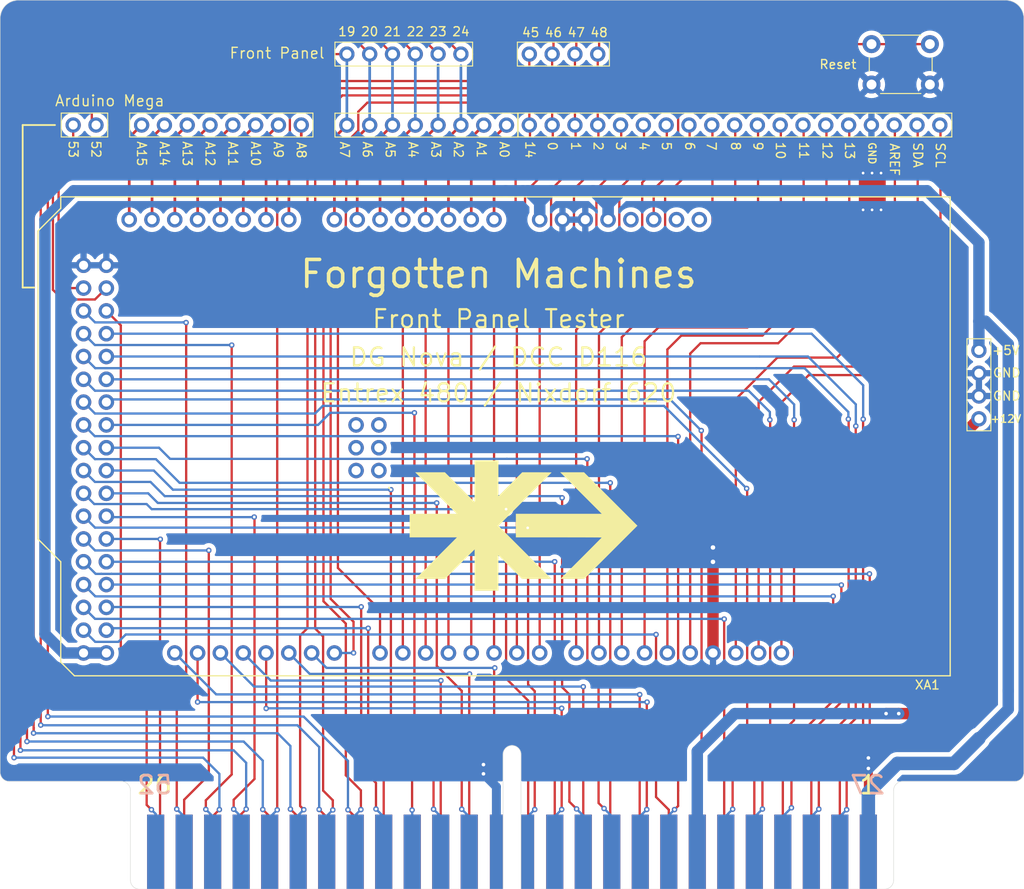
<source format=kicad_pcb>
(kicad_pcb (version 20221018) (generator pcbnew)
  (layers (0 "F.Cu" signal) (31 "B.Cu" signal) (34 "B.Paste" user) (35 "F.Paste" user) (36 "B.SilkS" user "B.Silkscreen") (37 "F.SilkS" user "F.Silkscreen") (38 "B.Mask" user) (39 "F.Mask" user) (44 "Edge.Cuts" user))
  (net 0 "")
  (net 1 "Net-(J1-Pad17)")
  (net 2 "Net-(XA1-PadMISO)")
  (net 3 "Net-(XA1-PadIORF)")
  (net 4 "Net-(XA1-Pad3V3)")
  (net 5 "Net-(XA1-PadSCK)")
  (net 6 "Net-(XA1-PadMOSI)")
  (net 7 "Net-(XA1-PadRST2)")
  (net 8 "D30")
  (net 9 "D50")
  (net 10 "D31")
  (net 11 "D51")
  (net 12 "D49")
  (net 13 "D32")
  (net 14 "D22")
  (net 15 "D24")
  (net 16 "D36")
  (net 17 "D18")
  (net 18 "D40")
  (net 19 "D16")
  (net 20 "D34")
  (net 21 "D15")
  (net 22 "D35")
  (net 23 "D33")
  (net 24 "D28")
  (net 25 "D17")
  (net 26 "D19")
  (net 27 "D37")
  (net 28 "D39")
  (net 29 "D21")
  (net 30 "D20")
  (net 31 "D23")
  (net 32 "D41")
  (net 33 "D42")
  (net 34 "D25")
  (net 35 "D43")
  (net 36 "D45")
  (net 37 "D44")
  (net 38 "D27")
  (net 39 "D26")
  (net 40 "D47")
  (net 41 "D46")
  (net 42 "D48")
  (net 43 "D29")
  (net 44 "D38")
  (net 45 "+5V")
  (net 46 "GND")
  (net 47 "+12V")
  (net 48 "Net-(SW1-Pad2)")
  (net 49 "Net-(XA1-Pad5V2)")
  (net 50 "Net-(XA1-PadGND4)")
  (net 51 "D14")
  (net 52 "SCL")
  (net 53 "SDA")
  (net 54 "AREF")
  (net 55 "D13")
  (net 56 "D12")
  (net 57 "D11")
  (net 58 "D10")
  (net 59 "D9")
  (net 60 "D8")
  (net 61 "D7")
  (net 62 "D6")
  (net 63 "D5")
  (net 64 "D4")
  (net 65 "D3")
  (net 66 "D2")
  (net 67 "D1")
  (net 68 "D0")
  (net 69 "A0")
  (net 70 "A1")
  (net 71 "A2")
  (net 72 "A3")
  (net 73 "A4")
  (net 74 "A5")
  (net 75 "A6")
  (net 76 "A7")
  (net 77 "A8")
  (net 78 "A9")
  (net 79 "A10")
  (net 80 "A11")
  (net 81 "A12")
  (net 82 "A13")
  (net 83 "A14")
  (net 84 "A15")
  (net 85 "52")
  (net 86 "53")
  (footprint "port_nova:port_Nova_52pin" (layer "F.Cu") (at 17.31 -4.15)
    (fp_text reference "J1")
    (fp_text value "Slot_02x26")
  )
  (footprint "port_nova:PinHeader_1x04_P2.54mm_Vertical" (layer "F.Cu") (at 109 -60)
    (fp_text reference "J2" hide)
    (fp_text value "Conn_01x04")
  )
  (footprint "port_nova:PinHeader_1x08_P2.54mm_Vertical" (layer "F.Cu") (at 56.388 -85.09 -90)
    (fp_text reference "J4" hide)
    (fp_text value "Conn_01x08")
  )
  (footprint "port_nova:PinHeader_1x08_P2.54mm_Vertical" (layer "F.Cu") (at 33.528 -85.1 -90)
    (fp_text reference "J3" hide)
    (fp_text value "Conn_01x08")
  )
  (footprint "port_nova:PinHeader_1x06_P2.54mm_Vertical" (layer "F.Cu") (at 51.308 -93 -90)
    (fp_text reference "J5" hide)
    (fp_text value "Conn_01x06")
  )
  (footprint "port_nova:PinHeader_1x04_P2.54mm_Vertical" (layer "F.Cu") (at 66.548 -93 -90)
    (fp_text reference "J6" hide)
    (fp_text value "Conn_01x04")
  )
  (footprint "Button_Switch_THT:SW_PUSH_6mm" (layer "F.Cu") (at 103.54 -89.61 180)
    (fp_text reference "Reset")
    (fp_text value "SW_Push")
  )
  (footprint "port_nova:PinHeader_1x02_P2.54mm_Vertical" (layer "F.Cu") (at 10.668 -85.1 -90)
    (fp_text reference "J7" hide)
    (fp_text value "Conn_01x02")
  )
  (footprint "port_nova:PinHeader_1x19_P2.54mm_Vertical" (layer "F.Cu") (at 58.928 -85.1 90)
    (fp_text reference "J8" hide)
    (fp_text value "Conn_01x19")
  )
  (footprint "port_nova:logoFullN" (layer "F.Cu") (at 58.25 -40.5)
    (fp_text reference "G***" hide)
    (fp_text value "LOGO" hide)
  )
  (footprint "Arduino:Arduino_Mega2560_Shield" (layer "F.Cu") (at 105.8 -77.1 180)
    (fp_text reference "XA1")
    (fp_text value "Arduino_Mega2560_Shield")
  )
  (gr_line (start 6.1 -85.1) (end 2.5 -85.1) (stroke (width 0.2)) (layer "F.SilkS"))
  (gr_line (start 2.5 -67) (end 3.8 -67) (stroke (width 0.2)) (layer "F.SilkS"))
  (gr_line (start 2.5 -85.1) (end 2.5 -67) (stroke (width 0.2)) (layer "F.SilkS"))
  (gr_line (start 0 -97) (end 0 -13) (stroke (width 0.05)) (layer "Edge.Cuts"))
  (gr_line (start 98.5 0) (end 58 0) (stroke (width 0.05)) (layer "Edge.Cuts"))
  (gr_line (start 14.5 -1) (end 14.5 -11) (stroke (width 0.05)) (layer "Edge.Cuts"))
  (gr_arc (start 114 -13) (mid 113.707107 -12.292893) (end 113 -12) (stroke (width 0.05)) (layer "Edge.Cuts"))
  (gr_arc (start 112 -99) (mid 113.414214 -98.414214) (end 114 -97) (stroke (width 0.05)) (layer "Edge.Cuts"))
  (gr_arc (start 56 -15) (mid 57 -16) (end 58 -15) (stroke (width 0.05)) (layer "Edge.Cuts"))
  (gr_line (start 13.5 -12) (end 1 -12) (stroke (width 0.05)) (layer "Edge.Cuts"))
  (gr_arc (start 1 -12) (mid 0.292893 -12.292893) (end 0 -13) (stroke (width 0.05)) (layer "Edge.Cuts"))
  (gr_line (start 100.5 -12) (end 113 -12) (stroke (width 0.05)) (layer "Edge.Cuts"))
  (gr_arc (start 99.5 -1) (mid 99.207107 -0.292893) (end 98.5 0) (stroke (width 0.05)) (layer "Edge.Cuts"))
  (gr_line (start 58 0) (end 58 -15) (stroke (width 0.05)) (layer "Edge.Cuts"))
  (gr_line (start 56 0) (end 56 -15) (stroke (width 0.05)) (layer "Edge.Cuts"))
  (gr_arc (start 99.5 -11) (mid 99.792893 -11.707107) (end 100.5 -12) (stroke (width 0.05)) (layer "Edge.Cuts"))
  (gr_arc (start 0 -97) (mid 0.585786 -98.414214) (end 2 -99) (stroke (width 0.05)) (layer "Edge.Cuts"))
  (gr_line (start 99.5 -1) (end 99.5 -11) (stroke (width 0.05)) (layer "Edge.Cuts"))
  (gr_line (start 112 -99) (end 2 -99) (stroke (width 0.05)) (layer "Edge.Cuts"))
  (gr_arc (start 13.5 -12) (mid 14.207107 -11.707107) (end 14.5 -11) (stroke (width 0.05)) (layer "Edge.Cuts"))
  (gr_line (start 114 -13) (end 114 -97) (stroke (width 0.05)) (layer "Edge.Cuts"))
  (gr_line (start 15.5 0) (end 56 0) (stroke (width 0.05)) (layer "Edge.Cuts"))
  (gr_arc (start 15.5 0) (mid 14.792893 -0.292893) (end 14.5 -1) (stroke (width 0.05)) (layer "Edge.Cuts"))
  (gr_text "27" (at 96.6 -11.6) (layer "B.SilkS") (effects (font (size 2 2) (thickness 0.3)) (justify mirror)))
  (gr_text "52" (at 17.2 -11.6) (layer "B.SilkS") (effects (font (size 2 2) (thickness 0.3)) (justify mirror)))
  (gr_text "A14" (at 18.288 -81.896 -90) (layer "F.SilkS") (effects (font (size 1 1))))
  (gr_text "A13" (at 20.828 -81.896 -90) (layer "F.SilkS") (effects (font (size 1 1))))
  (gr_text "A12" (at 23.378 -81.896 -90) (layer "F.SilkS") (effects (font (size 1 1))))
  (gr_text "A11" (at 25.908 -81.896 -90) (layer "F.SilkS") (effects (font (size 1 1))))
  (gr_text "A10" (at 28.448 -81.896 -90) (layer "F.SilkS") (effects (font (size 1 1))))
  (gr_text "A8" (at 33.528 -82.296 -90) (layer "F.SilkS") (effects (font (size 1 1))))
  (gr_text "A3" (at 48.514 -82.35 -90) (layer "F.SilkS") (effects (font (size 1 1))))
  (gr_text "A2" (at 51.034 -82.35 -90) (layer "F.SilkS") (effects (font (size 1 1))))
  (gr_text "A0" (at 56.134 -82.35 -90) (layer "F.SilkS") (effects (font (size 1 1))))
  (gr_text "A4" (at 45.974 -82.35 -90) (layer "F.SilkS") (effects (font (size 1 1))))
  (gr_text "A6" (at 40.894 -82.35 -90) (layer "F.SilkS") (effects (font (size 1 1))))
  (gr_text "A1" (at 53.594 -82.35 -90) (layer "F.SilkS") (effects (font (size 1 1))))
  (gr_text "A7" (at 38.354 -82.35 -90) (layer "F.SilkS") (effects (font (size 1 1))))
  (gr_text "A5" (at 43.434 -82.35 -90) (layer "F.SilkS") (effects (font (size 1 1))))
  (gr_text "20" (at 41.148 -95.504) (layer "F.SilkS") (effects (font (size 1 1))))
  (gr_text "21" (at 43.688 -95.504) (layer "F.SilkS") (effects (font (size 1 1))))
  (gr_text "22" (at 46.228 -95.504) (layer "F.SilkS") (effects (font (size 1 1))))
  (gr_text "23" (at 48.768 -95.504) (layer "F.SilkS") (effects (font (size 1 1))))
  (gr_text "24" (at 51.308 -95.504) (layer "F.SilkS") (effects (font (size 1 1))))
  (gr_text "45" (at 59.08 -95.4) (layer "F.SilkS") (effects (font (size 1 1))))
  (gr_text "47" (at 64.16 -95.4) (layer "F.SilkS") (effects (font (size 1 1))))
  (gr_text "46" (at 61.62 -95.4) (layer "F.SilkS") (effects (font (size 1 1))))
  (gr_text "48" (at 66.7 -95.4) (layer "F.SilkS") (effects (font (size 1 1))))
  (gr_text "14" (at 59 -82.35 -90) (layer "F.SilkS") (effects (font (size 1 1))))
  (gr_text "10" (at 86.9 -82.25 -90) (layer "F.SilkS") (effects (font (size 1 1))))
  (gr_text "11" (at 89.5 -82.25 -90) (layer "F.SilkS") (effects (font (size 1 1))))
  (gr_text "12" (at 92.1 -82.25 -90) (layer "F.SilkS") (effects (font (size 1 1))))
  (gr_text "13" (at 94.6 -82.25 -90) (layer "F.SilkS") (effects (font (size 1 1))))
  (gr_text "52" (at 10.668 -82.4 -90) (layer "F.SilkS") (effects (font (size 1 1))))
  (gr_text "53" (at 8.128 -82.4 -90) (layer "F.SilkS") (effects (font (size 1 1))))
  (gr_text "6" (at 76.8 -82.75 -90) (layer "F.SilkS") (effects (font (size 1 1))))
  (gr_text "7" (at 79.2 -82.75 -90) (layer "F.SilkS") (effects (font (size 1 1))))
  (gr_text "8" (at 81.9 -82.75 -90) (layer "F.SilkS") (effects (font (size 1 1))))
  (gr_text "0" (at 61.5 -82.75 -90) (layer "F.SilkS") (effects (font (size 1 1))))
  (gr_text "3" (at 69.1 -82.75 -90) (layer "F.SilkS") (effects (font (size 1 1))))
  (gr_text "2" (at 66.6 -82.75 -90) (layer "F.SilkS") (effects (font (size 1 1))))
  (gr_text "9" (at 84.4 -82.75 -90) (layer "F.SilkS") (effects (font (size 1 1))))
  (gr_text "4" (at 71.7 -82.75 -90) (layer "F.SilkS") (effects (font (size 1 1))))
  (gr_text "1" (at 64.1 -82.75 -90) (layer "F.SilkS") (effects (font (size 1 1))))
  (gr_text "5" (at 74.2 -82.75 -90) (layer "F.SilkS") (effects (font (size 1 1))))
  (gr_text "GND" (at 97.1 -81.95 -90) (layer "F.SilkS") (effects (font (size 0.8 0.8))))
  (gr_text "AREF" (at 99.6 -81.25 -90) (layer "F.SilkS") (effects (font (size 1 1))))
  (gr_text "SDA" (at 102.2 -81.75 -90) (layer "F.SilkS") (effects (font (size 1 1))))
  (gr_text "SCL" (at 104.7 -81.75 -90) (layer "F.SilkS") (effects (font (size 1 1))))
  (gr_text "A9" (at 30.978 -82.346 -90) (layer "F.SilkS") (effects (font (size 1 1))))
  (gr_text "Arduino Mega" (at 12.2 -87.8) (layer "F.SilkS") (effects (font (size 1.2 1.2))))
  (gr_text "Forgotten Machines" (at 55.5 -68.5) (layer "F.SilkS") (effects (font (size 3 3) (thickness 0.4))))
  (gr_text "DG Nova / DCC D116" (at 55.5 -59.25) (layer "F.SilkS") (effects (font (size 2 2) (thickness 0.25))))
  (gr_text "Front Panel Tester" (at 55.5 -63.5) (layer "F.SilkS") (effects (font (size 2 2) (thickness 0.25))))
  (gr_text "Entrex 480 / Nixdorf 620" (at 55.5 -55.25) (layer "F.SilkS") (effects (font (size 2 2) (thickness 0.25))))
  (gr_text "GND" (at 112.1 -57.5) (layer "F.SilkS") (effects (font (size 1 1))))
  (gr_text "GND" (at 112.1 -54.92) (layer "F.SilkS") (effects (font (size 1 1))))
  (gr_text "+12V" (at 112 -52.38) (layer "F.SilkS") (effects (font (size 0.85 0.85))))
  (gr_text "+5V" (at 112 -60) (layer "F.SilkS") (effects (font (size 1 1))))
  (gr_text "A15" (at 15.748 -81.896 -90) (layer "F.SilkS") (effects (font (size 1 1))))
  (gr_text "1" (at 96.7 -11.6) (layer "F.SilkS") (effects (font (size 2 2) (thickness 0.3))))
  (gr_text "19" (at 38.608 -95.504) (layer "F.SilkS") (effects (font (size 1 1))))
  (gr_text "Front Panel" (at 30.838 -93.104) (layer "F.SilkS") (effects (font (size 1.2 1.2))))
  (gr_text "26" (at 17.2 -11.6) (layer "F.SilkS") (effects (font (size 2 2) (thickness 0.3))))
  (segment (start 17.8 -38.920002) (end 17.839999 -38.960001) (width 0.254) (layer "F.Cu") (net 8))
  (segment (start 17.31 -4.5) (end 17.8 -4.99) (width 0.254) (layer "F.Cu") (net 8))
  (segment (start 11.82 -39) (end 12.2 -39) (width 0.254) (layer "F.Cu") (net 8))
  (segment (start 17.8 -4.99) (end 17.8 -38.920002) (width 0.254) (layer "F.Cu") (net 8))
  (via (at 17.83 -38.97) (size 0.6) (drill 0.3) (layers "F.Cu" "B.Cu") (net 8))
  (segment (start 11.82 -39) (end 17.8 -39) (width 0.254) (layer "B.Cu") (net 8))
  (segment (start 17.8 -39) (end 17.839999 -38.960001) (width 0.254) (layer "B.Cu") (net 8))
  (segment (start 11.82 -64.4) (end 13.43 -62.79) (width 0.254) (layer "F.Cu") (net 9))
  (segment (start 16.31 -20.52) (end 16.31 -9.38) (width 0.254) (layer "F.Cu") (net 9))
  (segment (start 16.31 -9.38) (end 16.84 -8.85) (width 0.254) (layer "F.Cu") (net 9))
  (segment (start 13.43 -23.4) (end 16.31 -20.52) (width 0.254) (layer "F.Cu") (net 9))
  (segment (start 13.43 -62.79) (end 13.43 -23.4) (width 0.254) (layer "F.Cu") (net 9))
  (via (at 16.84 -8.85) (size 0.6) (drill 0.3) (layers "F.Cu" "B.Cu") (net 9))
  (segment (start 17.31 -8.38) (end 16.84 -8.85) (width 0.254) (layer "B.Cu") (net 9))
  (segment (start 17.31 -4.5) (end 17.31 -8.38) (width 0.254) (layer "B.Cu") (net 9))
  (segment (start 20.485 -9.955) (end 23.23 -12.7) (width 0.254) (layer "F.Cu") (net 10))
  (segment (start 23.23 -12.7) (end 23.23 -37.73) (width 0.254) (layer "F.Cu") (net 10))
  (segment (start 20.485 -4.5) (end 20.69 -4.705) (width 0.254) (layer "F.Cu") (net 10))
  (segment (start 20.485 -4.15) (end 20.485 -9.955) (width 0.254) (layer "F.Cu") (net 10))
  (via (at 23.23 -37.73) (size 0.6) (drill 0.3) (layers "F.Cu" "B.Cu") (net 10))
  (segment (start 23.22 -37.72) (end 23.23 -37.73) (width 0.254) (layer "B.Cu") (net 10))
  (segment (start 9.28 -39) (end 10.56 -37.72) (width 0.254) (layer "B.Cu") (net 10))
  (segment (start 10.56 -37.72) (end 23.22 -37.72) (width 0.254) (layer "B.Cu") (net 10))
  (segment (start 20.71 -63.07) (end 20.7 -63.08) (width 0.254) (layer "F.Cu") (net 11))
  (segment (start 20.71 -62.74) (end 20.71 -63.07) (width 0.254) (layer "F.Cu") (net 11))
  (segment (start 19.66 -20.6) (end 20.71 -21.65) (width 0.254) (layer "F.Cu") (net 11))
  (segment (start 20.71 -63.09) (end 20.7 -63.1) (width 0.254) (layer "F.Cu") (net 11))
  (segment (start 20.71 -62.74) (end 20.71 -63.09) (width 0.254) (layer "F.Cu") (net 11))
  (segment (start 19.66 -8.91) (end 19.66 -20.6) (width 0.254) (layer "F.Cu") (net 11))
  (segment (start 20.71 -21.65) (end 20.71 -62.74) (width 0.254) (layer "F.Cu") (net 11))
  (via (at 19.66 -8.91) (size 0.6) (drill 0.3) (layers "F.Cu" "B.Cu") (net 11))
  (via (at 20.7 -63.1) (size 0.6) (drill 0.3) (layers "F.Cu" "B.Cu") (net 11))
  (segment (start 20.36 -63.12) (end 20.66 -63.12) (width 0.254) (layer "B.Cu") (net 11))
  (segment (start 20.66 -63.12) (end 20.7 -63.08) (width 0.254) (layer "B.Cu") (net 11))
  (segment (start 20.485 -4.5) (end 20.485 -8.085) (width 0.254) (layer "B.Cu") (net 11))
  (segment (start 20.68 -63.12) (end 20.7 -63.1) (width 0.254) (layer "B.Cu") (net 11))
  (segment (start 20.485 -8.085) (end 19.66 -8.91) (width 0.254) (layer "B.Cu") (net 11))
  (segment (start 10.56 -63.12) (end 20.36 -63.12) (width 0.254) (layer "B.Cu") (net 11))
  (segment (start 9.28 -64.4) (end 10.56 -63.12) (width 0.254) (layer "B.Cu") (net 11))
  (segment (start 20.36 -63.12) (end 20.68 -63.12) (width 0.254) (layer "B.Cu") (net 11))
  (segment (start 25.78 -12.77) (end 22.9 -9.89) (width 0.254) (layer "F.Cu") (net 12))
  (segment (start 22.9 -9.89) (end 22.9 -8.88) (width 0.254) (layer "F.Cu") (net 12))
  (segment (start 25.78 -60.590006) (end 25.78 -12.77) (width 0.254) (layer "F.Cu") (net 12))
  (via (at 25.78 -60.590006) (size 0.6) (drill 0.3) (layers "F.Cu" "B.Cu") (net 12))
  (via (at 22.9 -8.88) (size 0.6) (drill 0.3) (layers "F.Cu" "B.Cu") (net 12))
  (segment (start 25.770006 -60.6) (end 25.78 -60.590006) (width 0.254) (layer "B.Cu") (net 12))
  (segment (start 23.66 -4.5) (end 23.66 -8.12) (width 0.254) (layer "B.Cu") (net 12))
  (segment (start 10.54 -60.6) (end 25.770006 -60.6) (width 0.254) (layer "B.Cu") (net 12))
  (segment (start 23.66 -8.12) (end 22.9 -8.88) (width 0.254) (layer "B.Cu") (net 12))
  (segment (start 9.28 -61.86) (end 10.54 -60.6) (width 0.254) (layer "B.Cu") (net 12))
  (segment (start 26 -8.9) (end 26 -9.95) (width 0.254) (layer "F.Cu") (net 13))
  (segment (start 28.32 -12.27) (end 28.32 -41.41) (width 0.254) (layer "F.Cu") (net 13))
  (segment (start 28.32 -41.41) (end 28.29 -41.44) (width 0.254) (layer "F.Cu") (net 13))
  (segment (start 26 -9.95) (end 28.32 -12.27) (width 0.254) (layer "F.Cu") (net 13))
  (via (at 26 -8.9) (size 0.6) (drill 0.3) (layers "F.Cu" "B.Cu") (net 13))
  (via (at 28.29 -41.44) (size 0.6) (drill 0.3) (layers "F.Cu" "B.Cu") (net 13))
  (segment (start 26.835 -4.5) (end 26.835 -8.065) (width 0.254) (layer "B.Cu") (net 13))
  (segment (start 28.28 -41.43) (end 28.29 -41.44) (width 0.254) (layer "B.Cu") (net 13))
  (segment (start 26.835 -8.065) (end 26 -8.9) (width 0.254) (layer "B.Cu") (net 13))
  (segment (start 11.93 -41.43) (end 28.28 -41.43) (width 0.254) (layer "B.Cu") (net 13))
  (segment (start 11.82 -41.54) (end 11.93 -41.43) (width 0.254) (layer "B.Cu") (net 13))
  (segment (start 40.98 -13.82) (end 40.98 -29.05) (width 0.254) (layer "F.Cu") (net 14))
  (segment (start 42.71 -4.5) (end 42.71 -12.09) (width 0.254) (layer "F.Cu") (net 14))
  (segment (start 42.71 -12.09) (end 40.98 -13.82) (width 0.254) (layer "F.Cu") (net 14))
  (via (at 40.98 -29.05) (size 0.6) (drill 0.3) (layers "F.Cu" "B.Cu") (net 14))
  (segment (start 12.04 -29.06) (end 40.97 -29.06) (width 0.254) (layer "B.Cu") (net 14))
  (segment (start 40.97 -29.06) (end 40.98 -29.05) (width 0.254) (layer "B.Cu") (net 14))
  (segment (start 11.82 -28.84) (end 12.04 -29.06) (width 0.254) (layer "B.Cu") (net 14))
  (segment (start 41.85 -11.83) (end 40.2 -13.48) (width 0.254) (layer "F.Cu") (net 15))
  (segment (start 41.85 -8.92) (end 41.85 -11.83) (width 0.254) (layer "F.Cu") (net 15))
  (segment (start 40.2 -13.48) (end 40.2 -31.44) (width 0.254) (layer "F.Cu") (net 15))
  (via (at 40.2 -31.44) (size 0.6) (drill 0.3) (layers "F.Cu" "B.Cu") (net 15))
  (via (at 41.85 -8.92) (size 0.6) (drill 0.3) (layers "F.Cu" "B.Cu") (net 15))
  (segment (start 11.86 -31.42) (end 40.18 -31.42) (width 0.254) (layer "B.Cu") (net 15))
  (segment (start 11.82 -31.38) (end 11.86 -31.42) (width 0.254) (layer "B.Cu") (net 15))
  (segment (start 42.71 -4.5) (end 42.71 -8.06) (width 0.254) (layer "B.Cu") (net 15))
  (segment (start 40.18 -31.42) (end 40.2 -31.44) (width 0.254) (layer "B.Cu") (net 15))
  (segment (start 42.71 -8.06) (end 41.85 -8.92) (width 0.254) (layer "B.Cu") (net 15))
  (segment (start 43.51 -14.86) (end 43.51 -44.489998) (width 0.254) (layer "F.Cu") (net 16))
  (segment (start 45.87 -8.81) (end 45.87 -12.5) (width 0.254) (layer "F.Cu") (net 16))
  (segment (start 45.87 -12.5) (end 43.51 -14.86) (width 0.254) (layer "F.Cu") (net 16))
  (via (at 45.87 -8.81) (size 0.6) (drill 0.3) (layers "F.Cu" "B.Cu") (net 16))
  (via (at 43.51 -44.489998) (size 0.6) (drill 0.3) (layers "F.Cu" "B.Cu") (net 16))
  (segment (start 11.82 -46.62) (end 17.1 -46.62) (width 0.254) (layer "B.Cu") (net 16))
  (segment (start 19.230002 -44.489998) (end 43.51 -44.489998) (width 0.254) (layer "B.Cu") (net 16))
  (segment (start 45.885 -8.795) (end 45.87 -8.81) (width 0.254) (layer "B.Cu") (net 16))
  (segment (start 17.1 -46.62) (end 19.230002 -44.489998) (width 0.254) (layer "B.Cu") (net 16))
  (segment (start 45.885 -4.5) (end 45.885 -8.795) (width 0.254) (layer "B.Cu") (net 16))
  (segment (start 49.06 -23.209998) (end 49.08 -23.229998) (width 0.254) (layer "F.Cu") (net 17))
  (segment (start 49.06 -4.5) (end 49.06 -23.209998) (width 0.254) (layer "F.Cu") (net 17))
  (via (at 49.08 -23.229998) (size 0.6) (drill 0.3) (layers "F.Cu" "B.Cu") (net 17))
  (segment (start 49.079998 -23.23) (end 49.08 -23.229998) (width 0.254) (layer "B.Cu") (net 17))
  (segment (start 30.13 -23.23) (end 49.079998 -23.23) (width 0.254) (layer "B.Cu") (net 17))
  (segment (start 27.06 -26.3) (end 30.13 -23.23) (width 0.254) (layer "B.Cu") (net 17))
  (segment (start 46.13 -15.29) (end 48.26 -13.16) (width 0.254) (layer "F.Cu") (net 18))
  (segment (start 48.26 -13.16) (end 48.26 -8.9) (width 0.254) (layer "F.Cu") (net 18))
  (segment (start 46.13 -53.05) (end 46.13 -15.29) (width 0.254) (layer "F.Cu") (net 18))
  (via (at 48.26 -8.9) (size 0.6) (drill 0.3) (layers "F.Cu" "B.Cu") (net 18))
  (via (at 46.13 -53.05) (size 0.6) (drill 0.3) (layers "F.Cu" "B.Cu") (net 18))
  (segment (start 49.06 -4.5) (end 49.06 -8.1) (width 0.254) (layer "B.Cu") (net 18))
  (segment (start 36.75 -53.05) (end 35.4 -51.7) (width 0.254) (layer "B.Cu") (net 18))
  (segment (start 49.06 -8.1) (end 48.26 -8.9) (width 0.254) (layer "B.Cu") (net 18))
  (segment (start 35.4 -51.7) (end 11.82 -51.7) (width 0.254) (layer "B.Cu") (net 18))
  (segment (start 46.13 -53.05) (end 36.75 -53.05) (width 0.254) (layer "B.Cu") (net 18))
  (segment (start 52.235 -4.5) (end 52.235 -23.925) (width 0.254) (layer "F.Cu") (net 19))
  (segment (start 52.235 -23.925) (end 52.27 -23.96) (width 0.254) (layer "F.Cu") (net 19))
  (via (at 52.27 -23.96) (size 0.6) (drill 0.3) (layers "F.Cu" "B.Cu") (net 19))
  (segment (start 34.47 -23.97) (end 52.26 -23.97) (width 0.254) (layer "B.Cu") (net 19))
  (segment (start 52.26 -23.97) (end 52.27 -23.96) (width 0.254) (layer "B.Cu") (net 19))
  (segment (start 32.14 -26.3) (end 34.47 -23.97) (width 0.254) (layer "B.Cu") (net 19))
  (segment (start 51.4 -22.08) (end 48.62 -24.86) (width 0.254) (layer "F.Cu") (net 20))
  (segment (start 48.62 -24.86) (end 48.62 -42.97) (width 0.254) (layer "F.Cu") (net 20))
  (segment (start 48.62 -42.97) (end 48.58 -43.01) (width 0.254) (layer "F.Cu") (net 20))
  (segment (start 51.4 -8.9) (end 51.4 -22.08) (width 0.254) (layer "F.Cu") (net 20))
  (via (at 48.61 -43.01) (size 0.6) (drill 0.3) (layers "F.Cu" "B.Cu") (net 20))
  (via (at 51.4 -8.9) (size 0.6) (drill 0.3) (layers "F.Cu" "B.Cu") (net 20))
  (segment (start 52.235 -4.5) (end 52.235 -8.065) (width 0.254) (layer "B.Cu") (net 20))
  (segment (start 52.235 -8.065) (end 51.4 -8.9) (width 0.254) (layer "B.Cu") (net 20))
  (segment (start 16.48 -44.08) (end 17.55 -43.01) (width 0.254) (layer "B.Cu") (net 20))
  (segment (start 11.82 -44.08) (end 16.48 -44.08) (width 0.254) (layer "B.Cu") (net 20))
  (segment (start 17.55 -43.01) (end 48.58 -43.01) (width 0.254) (layer "B.Cu") (net 20))
  (segment (start 55.01 -4.5) (end 55.01 -24.57) (width 0.254) (layer "F.Cu") (net 21))
  (segment (start 55.01 -24.57) (end 55.08 -24.64) (width 0.254) (layer "F.Cu") (net 21))
  (via (at 55.08 -24.64) (size 0.6) (drill 0.3) (layers "F.Cu" "B.Cu") (net 21))
  (segment (start 36.34 -24.64) (end 36.335 -24.645) (width 0.254) (layer "B.Cu") (net 21))
  (segment (start 34.68 -26.3) (end 36.335 -24.645) (width 0.254) (layer "B.Cu") (net 21))
  (segment (start 55.08 -24.64) (end 36.34 -24.64) (width 0.254) (layer "B.Cu") (net 21))
  (segment (start 59.01 -4.5) (end 58.8 -4.71) (width 0.254) (layer "F.Cu") (net 22))
  (segment (start 56.34 -23.46) (end 56.34 -42.32) (width 0.254) (layer "F.Cu") (net 22))
  (segment (start 58.8 -4.71) (end 58.8 -21) (width 0.254) (layer "F.Cu") (net 22))
  (segment (start 58.8 -21) (end 56.34 -23.46) (width 0.254) (layer "F.Cu") (net 22))
  (via (at 56.34 -42.32) (size 0.6) (drill 0.3) (layers "F.Cu" "B.Cu") (net 22))
  (segment (start 16.87 -42.32) (end 56.34 -42.32) (width 0.254) (layer "B.Cu") (net 22))
  (segment (start 16.300601 -42.889399) (end 16.87 -42.32) (width 0.254) (layer "B.Cu") (net 22))
  (segment (start 9.28 -44.08) (end 10.470601 -42.889399) (width 0.254) (layer "B.Cu") (net 22))
  (segment (start 10.470601 -42.889399) (end 16.300601 -42.889399) (width 0.254) (layer "B.Cu") (net 22))
  (segment (start 58.79 -22.79) (end 58.79 -40.19) (width 0.254) (layer "F.Cu") (net 23))
  (segment (start 58.79 -40.19) (end 58.745 -40.235) (width 0.254) (layer "F.Cu") (net 23))
  (segment (start 59.53 -8.87) (end 59.53 -22.05) (width 0.254) (layer "F.Cu") (net 23))
  (segment (start 59.53 -22.05) (end 58.79 -22.79) (width 0.254) (layer "F.Cu") (net 23))
  (via (at 59.53 -8.87) (size 0.6) (drill 0.3) (layers "F.Cu" "B.Cu") (net 23))
  (via (at 58.745 -40.235) (size 0.6) (drill 0.3) (layers "F.Cu" "B.Cu") (net 23))
  (segment (start 10.56 -40.26) (end 58.72 -40.26) (width 0.254) (layer "B.Cu") (net 23))
  (segment (start 9.28 -41.54) (end 10.56 -40.26) (width 0.254) (layer "B.Cu") (net 23))
  (segment (start 58.72 -40.26) (end 58.745 -40.235) (width 0.254) (layer "B.Cu") (net 23))
  (segment (start 59.01 -8.35) (end 59.53 -8.87) (width 0.254) (layer "B.Cu") (net 23))
  (segment (start 59.01 -4.5) (end 59.01 -8.35) (width 0.254) (layer "B.Cu") (net 23))
  (segment (start 61.76 -4.5) (end 61.76 -36.46) (width 0.254) (layer "F.Cu") (net 24))
  (segment (start 61.76 -36.46) (end 61.75 -36.47) (width 0.254) (layer "F.Cu") (net 24))
  (via (at 61.75 -36.47) (size 0.6) (drill 0.3) (layers "F.Cu" "B.Cu") (net 24))
  (segment (start 61.74 -36.46) (end 61.75 -36.47) (width 0.254) (layer "B.Cu") (net 24))
  (segment (start 11.82 -36.46) (end 61.74 -36.46) (width 0.254) (layer "B.Cu") (net 24))
  (segment (start 62.53 -20.14) (end 62.53 -8.87) (width 0.254) (layer "F.Cu") (net 25))
  (segment (start 29.62 -26.28) (end 29.62 -20.119998) (width 0.254) (layer "F.Cu") (net 25))
  (segment (start 62.53 -8.87) (end 62.529993 -8.869993) (width 0.254) (layer "F.Cu") (net 25))
  (segment (start 29.6 -26.3) (end 29.62 -26.28) (width 0.254) (layer "F.Cu") (net 25))
  (via (at 62.53 -20.14) (size 0.6) (drill 0.3) (layers "F.Cu" "B.Cu") (net 25))
  (via (at 62.529993 -8.869993) (size 0.6) (drill 0.3) (layers "F.Cu" "B.Cu") (net 25))
  (via (at 29.62 -20.119998) (size 0.6) (drill 0.3) (layers "F.Cu" "B.Cu") (net 25))
  (segment (start 29.640002 -20.14) (end 29.62 -20.119998) (width 0.254) (layer "B.Cu") (net 25))
  (segment (start 61.76 -8.1) (end 62.529993 -8.869993) (width 0.254) (layer "B.Cu") (net 25))
  (segment (start 62.53 -20.14) (end 29.640002 -20.14) (width 0.254) (layer "B.Cu") (net 25))
  (segment (start 61.76 -4.15) (end 61.76 -8.1) (width 0.254) (layer "B.Cu") (net 25))
  (segment (start 64.935 -4.5) (end 64.935 -22.544958) (width 0.254) (layer "F.Cu") (net 26))
  (via (at 64.935 -22.544958) (size 0.6) (drill 0.3) (layers "F.Cu" "B.Cu") (net 26))
  (segment (start 28.26 -22.56) (end 64.919958 -22.56) (width 0.254) (layer "B.Cu") (net 26))
  (segment (start 64.919958 -22.56) (end 64.935 -22.544958) (width 0.254) (layer "B.Cu") (net 26))
  (segment (start 24.52 -26.3) (end 28.26 -22.56) (width 0.254) (layer "B.Cu") (net 26))
  (segment (start 62.58 -22.49) (end 62.58 -43.58) (width 0.254) (layer "F.Cu") (net 27))
  (segment (start 63.39 -9.93) (end 63.39 -21.68) (width 0.254) (layer "F.Cu") (net 27))
  (segment (start 63.39 -21.68) (end 62.58 -22.49) (width 0.254) (layer "F.Cu") (net 27))
  (segment (start 63.39 -9.73) (end 63.39 -9.93) (width 0.254) (layer "F.Cu") (net 27))
  (segment (start 64.19 -8.93) (end 63.39 -9.73) (width 0.254) (layer "F.Cu") (net 27))
  (via (at 62.58 -43.58) (size 0.6) (drill 0.3) (layers "F.Cu" "B.Cu") (net 27))
  (via (at 64.19 -8.93) (size 0.6) (drill 0.3) (layers "F.Cu" "B.Cu") (net 27))
  (segment (start 18.32 -43.77) (end 62.39 -43.77) (width 0.254) (layer "B.Cu") (net 27))
  (segment (start 16.74 -45.35) (end 18.32 -43.77) (width 0.254) (layer "B.Cu") (net 27))
  (segment (start 64.935 -4.5) (end 64.935 -8.185) (width 0.254) (layer "B.Cu") (net 27))
  (segment (start 62.39 -43.77) (end 62.58 -43.58) (width 0.254) (layer "B.Cu") (net 27))
  (segment (start 9.28 -46.62) (end 10.55 -45.35) (width 0.254) (layer "B.Cu") (net 27))
  (segment (start 64.935 -8.185) (end 64.19 -8.93) (width 0.254) (layer "B.Cu") (net 27))
  (segment (start 10.55 -45.35) (end 16.74 -45.35) (width 0.254) (layer "B.Cu") (net 27))
  (segment (start 67.94 -44.86) (end 67.94 -45.25) (width 0.254) (layer "F.Cu") (net 28))
  (segment (start 67.94 -44.86) (end 67.94 -45.19) (width 0.254) (layer "F.Cu") (net 28))
  (segment (start 67.94 -4.67) (end 67.94 -44.86) (width 0.254) (layer "F.Cu") (net 28))
  (segment (start 68.11 -4.5) (end 67.94 -4.67) (width 0.254) (layer "F.Cu") (net 28))
  (via (at 67.94 -45.25) (size 0.6) (drill 0.3) (layers "F.Cu" "B.Cu") (net 28))
  (segment (start 19.98 -45.25) (end 67.5 -45.25) (width 0.254) (layer "B.Cu") (net 28))
  (segment (start 9.28 -49.16) (end 10.55 -47.89) (width 0.254) (layer "B.Cu") (net 28))
  (segment (start 10.55 -47.89) (end 17.34 -47.89) (width 0.254) (layer "B.Cu") (net 28))
  (segment (start 17.34 -47.89) (end 19.98 -45.25) (width 0.254) (layer "B.Cu") (net 28))
  (segment (start 67.5 -45.25) (end 67.94 -45.25) (width 0.254) (layer "B.Cu") (net 28))
  (segment (start 67.88 -45.25) (end 67.94 -45.19) (width 0.254) (layer "B.Cu") (net 28))
  (segment (start 67.5 -45.25) (end 67.88 -45.25) (width 0.254) (layer "B.Cu") (net 28))
  (segment (start 71.22 -4.565) (end 71.22 -21.67) (width 0.254) (layer "F.Cu") (net 29))
  (segment (start 71.285 -4.5) (end 71.22 -4.565) (width 0.254) (layer "F.Cu") (net 29))
  (via (at 71.22 -21.67) (size 0.6) (drill 0.3) (layers "F.Cu" "B.Cu") (net 29))
  (segment (start 19.44 -26.3) (end 24.05 -21.69) (width 0.254) (layer "B.Cu") (net 29))
  (segment (start 71.2 -21.69) (end 71.22 -21.67) (width 0.254) (layer "B.Cu") (net 29))
  (segment (start 24.05 -21.69) (end 71.2 -21.69) (width 0.254) (layer "B.Cu") (net 29))
  (segment (start 72.01 -20.8) (end 72.04 -20.83) (width 0.254) (layer "F.Cu") (net 30))
  (segment (start 21.98 -20.84) (end 21.98 -26.3) (width 0.254) (layer "F.Cu") (net 30))
  (segment (start 72.01 -8.87) (end 72.01 -20.8) (width 0.254) (layer "F.Cu") (net 30))
  (via (at 21.98 -20.84) (size 0.6) (drill 0.3) (layers "F.Cu" "B.Cu") (net 30))
  (via (at 72.04 -20.83) (size 0.6) (drill 0.3) (layers "F.Cu" "B.Cu") (net 30))
  (via (at 72.01 -8.87) (size 0.6) (drill 0.3) (layers "F.Cu" "B.Cu") (net 30))
  (segment (start 71.285 -8.145) (end 72.01 -8.87) (width 0.254) (layer "B.Cu") (net 30))
  (segment (start 71.285 -4.15) (end 71.285 -8.145) (width 0.254) (layer "B.Cu") (net 30))
  (segment (start 72.04 -20.83) (end 21.99 -20.83) (width 0.254) (layer "B.Cu") (net 30))
  (segment (start 21.99 -20.83) (end 21.98 -20.84) (width 0.254) (layer "B.Cu") (net 30))
  (segment (start 74.46 -8.84) (end 74.46 -4.5) (width 0.254) (layer "F.Cu") (net 31))
  (segment (start 73.040001 -28.359999) (end 73.040001 -10.259999) (width 0.254) (layer "F.Cu") (net 31))
  (segment (start 73.04 -28.36) (end 73.040001 -28.359999) (width 0.254) (layer "F.Cu") (net 31))
  (segment (start 73.040001 -10.259999) (end 74.46 -8.84) (width 0.254) (layer "F.Cu") (net 31))
  (via (at 73.04 -28.36) (size 0.6) (drill 0.3) (layers "F.Cu" "B.Cu") (net 31))
  (segment (start 13.98 -28.36) (end 73.04 -28.36) (width 0.254) (layer "B.Cu") (net 31))
  (segment (start 9.28 -28.84) (end 10.58 -27.54) (width 0.254) (layer "B.Cu") (net 31))
  (segment (start 13.16 -27.54) (end 13.98 -28.36) (width 0.254) (layer "B.Cu") (net 31))
  (segment (start 10.58 -27.54) (end 13.16 -27.54) (width 0.254) (layer "B.Cu") (net 31))
  (segment (start 75.5 -50.4) (end 75.5 -10.95) (width 0.254) (layer "F.Cu") (net 32))
  (segment (start 75.5 -9.26) (end 75.1 -8.86) (width 0.254) (layer "F.Cu") (net 32))
  (segment (start 75.5 -10.95) (end 75.5 -9.26) (width 0.254) (layer "F.Cu") (net 32))
  (segment (start 75.49 -50.41) (end 75.5 -50.4) (width 0.254) (layer "F.Cu") (net 32))
  (via (at 75.1 -8.86) (size 0.6) (drill 0.3) (layers "F.Cu" "B.Cu") (net 32))
  (via (at 75.49 -50.41) (size 0.6) (drill 0.3) (layers "F.Cu" "B.Cu") (net 32))
  (segment (start 74.46 -8.22) (end 75.1 -8.86) (width 0.254) (layer "B.Cu") (net 32))
  (segment (start 75.45 -50.45) (end 75.49 -50.41) (width 0.254) (layer "B.Cu") (net 32))
  (segment (start 74.46 -4.5) (end 74.46 -8.22) (width 0.254) (layer "B.Cu") (net 32))
  (segment (start 9.28 -51.7) (end 10.53 -50.45) (width 0.254) (layer "B.Cu") (net 32))
  (segment (start 10.53 -50.45) (end 75.45 -50.45) (width 0.254) (layer "B.Cu") (net 32))
  (segment (start 78.08 -51.07) (end 78.11 -51.04) (width 0.254) (layer "F.Cu") (net 33))
  (segment (start 78.11 -51.04) (end 78.11 -4.975) (width 0.254) (layer "F.Cu") (net 33))
  (segment (start 78.11 -4.975) (end 77.635 -4.5) (width 0.254) (layer "F.Cu") (net 33))
  (via (at 78.08 -51.07) (size 0.6) (drill 0.3) (layers "F.Cu" "B.Cu") (net 33))
  (segment (start 11.82 -54.24) (end 12.12 -54.54) (width 0.254) (layer "B.Cu") (net 33))
  (segment (start 12.12 -54.54) (end 74.61 -54.54) (width 0.254) (layer "B.Cu") (net 33))
  (segment (start 74.61 -54.54) (end 78.08 -51.07) (width 0.254) (layer "B.Cu") (net 33))
  (segment (start 80.63 -4.68) (end 80.81 -4.5) (width 0.254) (layer "F.Cu") (net 34))
  (segment (start 80.63 -30.08) (end 80.63 -4.68) (width 0.254) (layer "F.Cu") (net 34))
  (via (at 80.63 -30.08) (size 0.6) (drill 0.3) (layers "F.Cu" "B.Cu") (net 34))
  (segment (start 80.61 -30.1) (end 80.63 -30.08) (width 0.254) (layer "B.Cu") (net 34))
  (segment (start 9.28 -31.38) (end 10.56 -30.1) (width 0.254) (layer "B.Cu") (net 34))
  (segment (start 10.56 -30.1) (end 80.61 -30.1) (width 0.254) (layer "B.Cu") (net 34))
  (segment (start 81.57 -15.25) (end 83.19 -16.87) (width 0.254) (layer "F.Cu") (net 35))
  (segment (start 81.57 -8.9) (end 81.57 -15.25) (width 0.254) (layer "F.Cu") (net 35))
  (segment (start 83.19 -44.56) (end 83.13 -44.62) (width 0.254) (layer "F.Cu") (net 35))
  (segment (start 83.19 -16.87) (end 83.19 -44.56) (width 0.254) (layer "F.Cu") (net 35))
  (via (at 83.13 -44.62) (size 0.6) (drill 0.3) (layers "F.Cu" "B.Cu") (net 35))
  (via (at 81.57 -8.9) (size 0.6) (drill 0.3) (layers "F.Cu" "B.Cu") (net 35))
  (segment (start 35.07 -52.97) (end 35.92 -53.82) (width 0.254) (layer "B.Cu") (net 35))
  (segment (start 73.93 -53.82) (end 79.5 -48.25) (width 0.254) (layer "B.Cu") (net 35))
  (segment (start 10.55 -52.97) (end 35.07 -52.97) (width 0.254) (layer "B.Cu") (net 35))
  (segment (start 9.28 -54.24) (end 10.55 -52.97) (width 0.254) (layer "B.Cu") (net 35))
  (segment (start 35.92 -53.82) (end 73.93 -53.82) (width 0.254) (layer "B.Cu") (net 35))
  (segment (start 80.81 -8.14) (end 81.57 -8.9) (width 0.254) (layer "B.Cu") (net 35))
  (segment (start 79.5 -48.25) (end 83.13 -44.62) (width 0.254) (layer "B.Cu") (net 35))
  (segment (start 80.81 -4.15) (end 80.81 -8.14) (width 0.254) (layer "B.Cu") (net 35))
  (segment (start 85.75 -17.23) (end 83.985 -15.465) (width 0.254) (layer "F.Cu") (net 36))
  (segment (start 85.75 -49.82) (end 85.75 -52.24) (width 0.254) (layer "F.Cu") (net 36))
  (segment (start 85.75 -52.24) (end 85.72 -52.27) (width 0.254) (layer "F.Cu") (net 36))
  (segment (start 85.75 -49.82) (end 85.75 -17.23) (width 0.254) (layer "F.Cu") (net 36))
  (segment (start 83.985 -15.465) (end 83.985 -4.5) (width 0.254) (layer "F.Cu") (net 36))
  (via (at 85.72 -52.27) (size 0.6) (drill 0.3) (layers "F.Cu" "B.Cu") (net 36))
  (segment (start 9.28 -56.78) (end 10.55 -55.51) (width 0.254) (layer "B.Cu") (net 36))
  (segment (start 10.55 -55.51) (end 83.35 -55.51) (width 0.254) (layer "B.Cu") (net 36))
  (segment (start 83.35 -55.51) (end 85.72 -53.14) (width 0.254) (layer "B.Cu") (net 36))
  (segment (start 85.72 -53.14) (end 85.72 -52.27) (width 0.254) (layer "B.Cu") (net 36))
  (segment (start 88.41 -48.25) (end 88.41 -18.81) (width 0.254) (layer "F.Cu") (net 37))
  (segment (start 88.41 -18.81) (end 84.89 -15.29) (width 0.254) (layer "F.Cu") (net 37))
  (segment (start 88.41 -52.26) (end 88.42 -52.27) (width 0.254) (layer "F.Cu") (net 37))
  (segment (start 88.41 -48.25) (end 88.41 -52.26) (width 0.254) (layer "F.Cu") (net 37))
  (segment (start 84.89 -15.29) (end 84.89 -8.92) (width 0.254) (layer "F.Cu") (net 37))
  (via (at 84.89 -8.92) (size 0.6) (drill 0.3) (layers "F.Cu" "B.Cu") (net 37))
  (via (at 88.42 -52.27) (size 0.6) (drill 0.3) (layers "F.Cu" "B.Cu") (net 37))
  (segment (start 83.985 -4.15) (end 83.985 -8.015) (width 0.254) (layer "B.Cu") (net 37))
  (segment (start 88.42 -53.98) (end 88.42 -52.27) (width 0.254) (layer "B.Cu") (net 37))
  (segment (start 85.62 -56.78) (end 88.42 -53.98) (width 0.254) (layer "B.Cu") (net 37))
  (segment (start 83.985 -8.015) (end 84.89 -8.92) (width 0.254) (layer "B.Cu") (net 37))
  (segment (start 11.82 -56.78) (end 85.62 -56.78) (width 0.254) (layer "B.Cu") (net 37))
  (segment (start 92.770001 -20.990001) (end 92.770001 -32.62) (width 0.254) (layer "F.Cu") (net 38))
  (segment (start 87.16 -15.38) (end 92.770001 -20.990001) (width 0.254) (layer "F.Cu") (net 38))
  (segment (start 87.16 -4.15) (end 87.16 -15.38) (width 0.254) (layer "F.Cu") (net 38))
  (via (at 92.770001 -32.62) (size 0.6) (drill 0.3) (layers "F.Cu" "B.Cu") (net 38))
  (segment (start 10.595 -32.605) (end 92.755001 -32.605) (width 0.254) (layer "B.Cu") (net 38))
  (segment (start 9.28 -33.92) (end 10.595 -32.605) (width 0.254) (layer "B.Cu") (net 38))
  (segment (start 92.755001 -32.605) (end 92.770001 -32.62) (width 0.254) (layer "B.Cu") (net 38))
  (segment (start 88.12 -15.28) (end 93.680001 -20.840001) (width 0.254) (layer "F.Cu") (net 39))
  (segment (start 88.12 -9.06) (end 88.12 -15.28) (width 0.254) (layer "F.Cu") (net 39))
  (segment (start 93.680001 -20.840001) (end 93.680001 -33.870001) (width 0.254) (layer "F.Cu") (net 39))
  (via (at 93.680001 -33.870001) (size 0.6) (drill 0.3) (layers "F.Cu" "B.Cu") (net 39))
  (via (at 88.12 -9.06) (size 0.6) (drill 0.3) (layers "F.Cu" "B.Cu") (net 39))
  (segment (start 87.16 -4.15) (end 87.16 -8.1) (width 0.254) (layer "B.Cu") (net 39))
  (segment (start 93.630002 -33.92) (end 93.680001 -33.870001) (width 0.254) (layer "B.Cu") (net 39))
  (segment (start 87.16 -8.1) (end 88.12 -9.06) (width 0.254) (layer "B.Cu") (net 39))
  (segment (start 11.82 -33.92) (end 93.630002 -33.92) (width 0.254) (layer "B.Cu") (net 39))
  (segment (start 90.335 -15.135) (end 94.49 -19.29) (width 0.254) (layer "F.Cu") (net 40))
  (segment (start 94.49 -44.37) (end 94.49 -52.32) (width 0.254) (layer "F.Cu") (net 40))
  (segment (start 94.49 -52.32) (end 94.46 -52.35) (width 0.254) (layer "F.Cu") (net 40))
  (segment (start 94.49 -19.29) (end 94.49 -44.37) (width 0.254) (layer "F.Cu") (net 40))
  (segment (start 90.335 -4.5) (end 90.335 -15.135) (width 0.254) (layer "F.Cu") (net 40))
  (via (at 94.46 -52.35) (size 0.6) (drill 0.3) (layers "F.Cu" "B.Cu") (net 40))
  (segment (start 94.46 -53.14) (end 94.46 -52.35) (width 0.254) (layer "B.Cu") (net 40))
  (segment (start 89.58 -58.02) (end 94.46 -53.14) (width 0.254) (layer "B.Cu") (net 40))
  (segment (start 9.28 -59.32) (end 10.58 -58.02) (width 0.254) (layer "B.Cu") (net 40))
  (segment (start 84.22 -58.02) (end 89.58 -58.02) (width 0.254) (layer "B.Cu") (net 40))
  (segment (start 10.58 -58.02) (end 84.22 -58.02) (width 0.254) (layer "B.Cu") (net 40))
  (segment (start 91.17 -14.9) (end 95.28 -19.01) (width 0.254) (layer "F.Cu") (net 41))
  (segment (start 95.28 -19.01) (end 95.28 -44.82) (width 0.254) (layer "F.Cu") (net 41))
  (segment (start 91.17 -8.91) (end 91.17 -14.9) (width 0.254) (layer "F.Cu") (net 41))
  (segment (start 95.28 -51.56) (end 95.29 -51.57) (width 0.254) (layer "F.Cu") (net 41))
  (segment (start 95.28 -44.82) (end 95.28 -51.56) (width 0.254) (layer "F.Cu") (net 41))
  (via (at 95.29 -51.57) (size 0.6) (drill 0.3) (layers "F.Cu" "B.Cu") (net 41))
  (via (at 91.17 -8.91) (size 0.6) (drill 0.3) (layers "F.Cu" "B.Cu") (net 41))
  (segment (start 89.96 -59.32) (end 95.29 -53.99) (width 0.254) (layer "B.Cu") (net 41))
  (segment (start 90.335 -4.15) (end 90.335 -8.075) (width 0.254) (layer "B.Cu") (net 41))
  (segment (start 90.335 -8.075) (end 91.17 -8.91) (width 0.254) (layer "B.Cu") (net 41))
  (segment (start 95.29 -53.99) (end 95.29 -51.57) (width 0.254) (layer "B.Cu") (net 41))
  (segment (start 11.82 -59.32) (end 84.56 -59.32) (width 0.254) (layer "B.Cu") (net 41))
  (segment (start 84.56 -59.32) (end 89.96 -59.32) (width 0.254) (layer "B.Cu") (net 41))
  (segment (start 93.51 -14.66) (end 96.1 -17.25) (width 0.254) (layer "F.Cu") (net 42))
  (segment (start 96.1 -45.32) (end 96.1 -52.33) (width 0.254) (layer "F.Cu") (net 42))
  (segment (start 93.51 -4.15) (end 93.51 -14.66) (width 0.254) (layer "F.Cu") (net 42))
  (segment (start 96.1 -17.25) (end 96.1 -45.32) (width 0.254) (layer "F.Cu") (net 42))
  (segment (start 96.1 -52.33) (end 96.11 -52.34) (width 0.254) (layer "F.Cu") (net 42))
  (via (at 96.11 -52.34) (size 0.6) (drill 0.3) (layers "F.Cu" "B.Cu") (net 42))
  (segment (start 96.11 -56.11) (end 96.11 -52.34) (width 0.254) (layer "B.Cu") (net 42))
  (segment (start 11.82 -61.86) (end 83.44 -61.86) (width 0.254) (layer "B.Cu") (net 42))
  (segment (start 83.44 -61.86) (end 90.36 -61.86) (width 0.254) (layer "B.Cu") (net 42))
  (segment (start 90.36 -61.86) (end 96.11 -56.11) (width 0.254) (layer "B.Cu") (net 42))
  (segment (start 94.27 -14.35) (end 96.84 -16.92) (width 0.254) (layer "F.Cu") (net 43))
  (segment (start 94.27 -8.85) (end 94.27 -14.35) (width 0.254) (layer "F.Cu") (net 43))
  (segment (start 96.84 -35.080046) (end 96.810021 -35.110025) (width 0.254) (layer "F.Cu") (net 43))
  (segment (start 96.84 -16.92) (end 96.84 -35.080046) (width 0.254) (layer "F.Cu") (net 43))
  (via (at 96.810021 -35.110025) (size 0.6) (drill 0.3) (layers "F.Cu" "B.Cu") (net 43))
  (via (at 94.27 -8.85) (size 0.6) (drill 0.3) (layers "F.Cu" "B.Cu") (net 43))
  (segment (start 9.28 -36.46) (end 10.63 -35.11) (width 0.254) (layer "B.Cu") (net 43))
  (segment (start 12.391489 -35.110601) (end 12.39209 -35.11) (width 0.254) (layer "B.Cu") (net 43))
  (segment (start 10.63 -35.11) (end 11.24791 -35.11) (width 0.254) (layer "B.Cu") (net 43))
  (segment (start 12.39209 -35.11) (end 96.809996 -35.11) (width 0.254) (layer "B.Cu") (net 43))
  (segment (start 11.24791 -35.11) (end 11.248511 -35.110601) (width 0.254) (layer "B.Cu") (net 43))
  (segment (start 11.248511 -35.110601) (end 12.391489 -35.110601) (width 0.254) (layer "B.Cu") (net 43))
  (segment (start 96.809996 -35.11) (end 96.810021 -35.110025) (width 0.254) (layer "B.Cu") (net 43))
  (segment (start 93.51 -8.09) (end 94.27 -8.85) (width 0.254) (layer "B.Cu") (net 43))
  (segment (start 93.51 -4.15) (end 93.51 -8.09) (width 0.254) (layer "B.Cu") (net 43))
  (segment (start 67.25 -8.98) (end 66.64 -9.59) (width 0.254) (layer "F.Cu") (net 44))
  (segment (start 66.64 -22.98) (end 65.39 -24.23) (width 0.254) (layer "F.Cu") (net 44))
  (segment (start 66.64 -9.77) (end 66.64 -22.98) (width 0.254) (layer "F.Cu") (net 44))
  (segment (start 65.39 -24.23) (end 65.39 -47.89) (width 0.254) (layer "F.Cu") (net 44))
  (segment (start 65.39 -47.89) (end 65.36 -47.92) (width 0.254) (layer "F.Cu") (net 44))
  (segment (start 66.64 -9.59) (end 66.64 -9.77) (width 0.254) (layer "F.Cu") (net 44))
  (via (at 65.36 -47.92) (size 0.6) (drill 0.3) (layers "F.Cu" "B.Cu") (net 44))
  (via (at 67.25 -8.98) (size 0.6) (drill 0.3) (layers "F.Cu" "B.Cu") (net 44))
  (segment (start 68.11 -8.12) (end 67.25 -8.98) (width 0.254) (layer "B.Cu") (net 44))
  (segment (start 11.82 -49.16) (end 17.68 -49.16) (width 0.254) (layer "B.Cu") (net 44))
  (segment (start 17.68 -49.16) (end 18.92 -47.92) (width 0.254) (layer "B.Cu") (net 44))
  (segment (start 68.11 -4.5) (end 68.11 -8.12) (width 0.254) (layer "B.Cu") (net 44))
  (segment (start 56.43 -47.92) (end 65.36 -47.92) (width 0.254) (layer "B.Cu") (net 44))
  (segment (start 18.92 -47.92) (end 56.43 -47.92) (width 0.254) (layer "B.Cu") (net 44))
  (segment (start 112.268 -22.098) (end 112.268 -20.038) (width 1.27) (layer "B.Cu") (net 45))
  (segment (start 109.728 -63.246) (end 112.268 -60.706) (width 1.27) (layer "B.Cu") (net 45))
  (segment (start 60.08 -76.48) (end 61.38 -77.78) (width 1.27) (layer "B.Cu") (net 45))
  (segment (start 67.7 -74.56) (end 67.7 -76.27) (width 1.27) (layer "B.Cu") (net 45))
  (segment (start 66.03 -77.78) (end 69.21 -77.78) (width 1.27) (layer "B.Cu") (net 45))
  (segment (start 61.38 -77.78) (end 66.03 -77.78) (width 1.27) (layer "B.Cu") (net 45))
  (segment (start 8.18 -77.78) (end 4.98 -74.58) (width 1.27) (layer "B.Cu") (net 45))
  (segment (start 69.21 -77.78) (end 103.23 -77.78) (width 1.27) (layer "B.Cu") (net 45))
  (segment (start 56.28 -77.78) (end 58.22 -77.78) (width 1.27) (layer "B.Cu") (net 45))
  (segment (start 58.76 -77.78) (end 61.38 -77.78) (width 1.27) (layer "B.Cu") (net 45))
  (segment (start 109 -63.246) (end 109 -60) (width 1.27) (layer "B.Cu") (net 45))
  (segment (start 67.7 -74.56) (end 67.7 -76.11) (width 1.27) (layer "B.Cu") (net 45))
  (segment (start 103.23 -77.78) (end 109 -72.01) (width 1.27) (layer "B.Cu") (net 45))
  (segment (start 112.268 -20.038) (end 109 -16.77) (width 1.27) (layer "B.Cu") (net 45))
  (segment (start 109 -72.01) (end 109 -63.246) (width 1.27) (layer "B.Cu") (net 45))
  (segment (start 60.08 -74.56) (end 60.08 -76.46) (width 1.27) (layer "B.Cu") (net 45))
  (segment (start 112.268 -60.706) (end 112.268 -22.098) (width 1.27) (layer "B.Cu") (net 45))
  (segment (start 58.22 -77.78) (end 58.76 -77.78) (width 1.27) (layer "B.Cu") (net 45))
  (segment (start 60.08 -74.56) (end 60.08 -76.48) (width 1.27) (layer "B.Cu") (net 45))
  (segment (start 11.82 -26.3) (end 9.28 -26.3) (width 1.27) (layer "B.Cu") (net 45))
  (segment (start 96.685 -10.765) (end 99.92 -14) (width 1.5) (layer "B.Cu") (net 45))
  (segment (start 99.92 -14) (end 106.23 -14) (width 1.5) (layer "B.Cu") (net 45))
  (segment (start 106.23 -14) (end 109 -16.77) (width 1.5) (layer "B.Cu") (net 45))
  (segment (start 4.98 -28.4) (end 7.08 -26.3) (width 1.27) (layer "B.Cu") (net 45))
  (segment (start 56.28 -77.78) (end 8.18 -77.78) (width 1.27) (layer "B.Cu") (net 45))
  (segment (start 96.685 -4.15) (end 96.685 -10.765) (width 1.5) (layer "B.Cu") (net 45))
  (segment (start 109 -63.246) (end 109.728 -63.246) (width 1.27) (layer "B.Cu") (net 45))
  (segment (start 67.7 -76.27) (end 69.21 -77.78) (width 1.27) (layer "B.Cu") (net 45))
  (segment (start 67.7 -76.11) (end 66.03 -77.78) (width 1.27) (layer "B.Cu") (net 45))
  (segment (start 60.08 -76.46) (end 58.76 -77.78) (width 1.27) (layer "B.Cu") (net 45))
  (segment (start 4.98 -74.58) (end 4.98 -28.4) (width 1.27) (layer "B.Cu") (net 45))
  (segment (start 7.08 -26.3) (end 9.28 -26.3) (width 1.27) (layer "B.Cu") (net 45))
  (segment (start 96.69 -13.44) (end 96.69 -14.61) (width 1) (layer "F.Cu") (net 46))
  (segment (start 79.384 -26.3) (end 79.384 -36.196) (width 1.27) (layer "F.Cu") (net 46))
  (segment (start 79.38 -36.4) (end 79.38 -38) (width 1.27) (layer "F.Cu") (net 46))
  (segment (start 96.685 -4.15) (end 96.685 -13.435) (width 1) (layer "F.Cu") (net 46))
  (via (at 96.69 -13.44) (size 0.8) (drill 0.4) (layers "F.Cu" "B.Cu") (net 46))
  (via (at 98.1 -79.75) (size 0.6) (drill 0.3) (layers "F.Cu" "B.Cu") (net 46))
  (via (at 97.1 -75.65) (size 0.6) (drill 0.3) (layers "F.Cu" "B.Cu") (net 46))
  (via (at 96.1 -75.65) (size 0.6) (drill 0.3) (layers "F.Cu" "B.Cu") (net 46))
  (via (at 98.1 -75.65) (size 0.6) (drill 0.3) (layers "F.Cu" "B.Cu") (net 46))
  (via (at 53.82 -12.84) (size 0.8) (drill 0.4) (layers "F.Cu" "B.Cu") (net 46))
  (via (at 96.1 -79.75) (size 0.6) (drill 0.3) (layers "F.Cu" "B.Cu") (net 46))
  (via (at 79.38 -38.05) (size 1) (drill 0.5) (layers "F.Cu" "B.Cu") (net 46))
  (via (at 79.38 -36.45) (size 1) (drill 0.5) (layers "F.Cu" "B.Cu") (net 46))
  (via (at 97.1 -79.75) (size 0.6) (drill 0.3) (layers "F.Cu" "B.Cu") (net 46))
  (via (at 96.69 -14.61) (size 0.8) (drill 0.4) (layers "F.Cu" "B.Cu") (net 46))
  (via (at 53.82 -13.87) (size 0.8) (drill 0.4) (layers "F.Cu" "B.Cu") (net 46))
  (segment (start 55.26 -11.4) (end 53.82 -12.84) (width 1) (layer "B.Cu") (net 46))
  (segment (start 53.82 -12.84) (end 53.82 -13.87) (width 1) (layer "B.Cu") (net 46))
  (segment (start 55.26 -4.15) (end 55.26 -11.4) (width 1) (layer "B.Cu") (net 46))
  (segment (start 102.16 -19.55) (end 104.25 -21.64) (width 1.27) (layer "F.Cu") (net 47))
  (segment (start 104.25 -21.64) (end 104.25 -47.63) (width 1.27) (layer "F.Cu") (net 47))
  (segment (start 104.25 -47.63) (end 109 -52.38) (width 1.27) (layer "F.Cu") (net 47))
  (segment (start 98.66 -19.55) (end 100.07 -19.55) (width 1.27) (layer "F.Cu") (net 47))
  (segment (start 100.07 -19.55) (end 102.16 -19.55) (width 1.27) (layer "F.Cu") (net 47))
  (via (at 100.07 -19.55) (size 0.8) (drill 0.4) (layers "F.Cu" "B.Cu") (net 47))
  (via (at 98.66 -19.55) (size 0.8) (drill 0.4) (layers "F.Cu" "B.Cu") (net 47))
  (segment (start 98.66 -19.55) (end 81.82 -19.55) (width 1.27) (layer "B.Cu") (net 47))
  (segment (start 77.635 -15.365) (end 77.635 -15.155) (width 1.27) (layer "B.Cu") (net 47))
  (segment (start 100.07 -19.55) (end 98.66 -19.55) (width 1.27) (layer "B.Cu") (net 47))
  (segment (start 81.82 -19.55) (end 77.635 -15.365) (width 1.27) (layer "B.Cu") (net 47))
  (segment (start 77.635 -4.15) (end 77.635 -15.155) (width 1.27) (layer "B.Cu") (net 47))
  (segment (start 97.04 -94.11) (end 103.54 -94.11) (width 0.254) (layer "F.Cu") (net 48))
  (segment (start 75.5 -91.2) (end 78.41 -94.11) (width 0.254) (layer "F.Cu") (net 48))
  (segment (start 72.78 -74.56) (end 72.78 -77.93) (width 0.254) (layer "F.Cu") (net 48))
  (segment (start 72.78 -77.93) (end 75.5 -80.65) (width 0.254) (layer "F.Cu") (net 48))
  (segment (start 75.5 -80.65) (end 75.5 -91.2) (width 0.254) (layer "F.Cu") (net 48))
  (segment (start 78.41 -94.11) (end 97.04 -94.11) (width 0.254) (layer "F.Cu") (net 48))
  (segment (start 38.49 -29.57) (end 36 -32.06) (width 0.254) (layer "F.Cu") (net 51))
  (segment (start 56.15 -72.85) (end 57.4 -74.1) (width 0.254) (layer "F.Cu") (net 51))
  (segment (start 57.4 -79.1) (end 59 -80.7) (width 0.254) (layer "F.Cu") (net 51))
  (segment (start 40.894 -87.6) (end 56.358 -87.6) (width 0.254) (layer "F.Cu") (net 51))
  (segment (start 36 -32.06) (end 36 -70.01) (width 0.254) (layer "F.Cu") (net 51))
  (segment (start 38.608 -82.804) (end 38.608 -83.22458) (width 0.254) (layer "F.Cu") (net 51))
  (segment (start 57.4 -74.1) (end 57.4 -79.1) (width 0.254) (layer "F.Cu") (net 51))
  (segment (start 36.8 -68.4) (end 41.25 -72.85) (width 0.254) (layer "F.Cu") (net 51))
  (segment (start 59 -80.7) (end 59 -85.1) (width 0.254) (layer "F.Cu") (net 51))
  (segment (start 40.17 -8.86) (end 40.17 -11) (width 0.254) (layer "F.Cu") (net 51))
  (segment (start 41.25 -72.85) (end 56.15 -72.85) (width 0.254) (layer "F.Cu") (net 51))
  (segment (start 38.49 -12.68) (end 38.49 -29.57) (width 0.254) (layer "F.Cu") (net 51))
  (segment (start 38.608 -83.22458) (end 39.878 -84.49458) (width 0.254) (layer "F.Cu") (net 51))
  (segment (start 58.928 -85.1) (end 58.928 -90.17) (width 0.25) (layer "F.Cu") (net 51))
  (segment (start 39.878 -86.584) (end 40.894 -87.6) (width 0.254) (layer "F.Cu") (net 51))
  (segment (start 36 -70.01) (end 38.46 -72.47) (width 0.254) (layer "F.Cu") (net 51))
  (segment (start 40.17 -11) (end 38.49 -12.68) (width 0.254) (layer "F.Cu") (net 51))
  (segment (start 39.878 -84.49458) (end 39.878 -86.584) (width 0.254) (layer "F.Cu") (net 51))
  (segment (start 56.358 -87.6) (end 58.928 -90.17) (width 0.254) (layer "F.Cu") (net 51))
  (segment (start 39.35 -26.31) (end 39.35 -29.78) (width 0.254) (layer "F.Cu") (net 51))
  (segment (start 58.928 -90.17) (end 58.928 -93) (width 0.25) (layer "F.Cu") (net 51))
  (segment (start 38.46 -72.47) (end 38.608 -82.804) (width 0.254) (layer "F.Cu") (net 51))
  (segment (start 36.8 -32.33) (end 36.8 -68.4) (width 0.254) (layer "F.Cu") (net 51))
  (segment (start 39.35 -29.78) (end 36.8 -32.33) (width 0.254) (layer "F.Cu") (net 51))
  (via (at 39.35 -26.31) (size 0.6) (drill 0.3) (layers "F.Cu" "B.Cu") (net 51))
  (via (at 40.17 -8.86) (size 0.6) (drill 0.3) (layers "F.Cu" "B.Cu") (net 51))
  (segment (start 37.22 -26.3) (end 39.34 -26.3) (width 0.254) (layer "B.Cu") (net 51))
  (segment (start 39.535 -4.15) (end 39.535 -8.225) (width 0.254) (layer "B.Cu") (net 51))
  (segment (start 39.535 -8.225) (end 40.17 -8.86) (width 0.254) (layer "B.Cu") (net 51))
  (segment (start 39.34 -26.3) (end 39.35 -26.31) (width 0.254) (layer "B.Cu") (net 51))
  (segment (start 96.7 -57.25) (end 90.05 -57.25) (width 0.254) (layer "F.Cu") (net 52))
  (segment (start 104.72 -65.27) (end 96.7 -57.25) (width 0.254) (layer "F.Cu") (net 52))
  (segment (start 90.05 -57.25) (end 87.004 -54.204) (width 0.254) (layer "F.Cu") (net 52))
  (segment (start 104.72 -85.1) (end 104.72 -65.27) (width 0.254) (layer "F.Cu") (net 52))
  (segment (start 87.004 -54.204) (end 87.004 -26.3) (width 0.254) (layer "F.Cu") (net 52))
  (segment (start 102.18 -65.38) (end 102.18 -85.1) (width 0.254) (layer "F.Cu") (net 53))
  (segment (start 88.4 -58.2) (end 95 -58.2) (width 0.254) (layer "F.Cu") (net 53))
  (segment (start 84.464 -26.3) (end 84.464 -54.264) (width 0.254) (layer "F.Cu") (net 53))
  (segment (start 95 -58.2) (end 102.18 -65.38) (width 0.254) (layer "F.Cu") (net 53))
  (segment (start 84.464 -54.264) (end 88.4 -58.2) (width 0.254) (layer "F.Cu") (net 53))
  (segment (start 81.924 -54.574) (end 86.55 -59.2) (width 0.254) (layer "F.Cu") (net 54))
  (segment (start 99.64 -65.64) (end 99.64 -85.1) (width 0.254) (layer "F.Cu") (net 54))
  (segment (start 81.924 -26.3) (end 81.924 -54.574) (width 0.254) (layer "F.Cu") (net 54))
  (segment (start 93.2 -59.2) (end 99.64 -65.64) (width 0.254) (layer "F.Cu") (net 54))
  (segment (start 86.55 -59.2) (end 93.2 -59.2) (width 0.254) (layer "F.Cu") (net 54))
  (segment (start 78 -60.8) (end 76.844 -59.644) (width 0.254) (layer "F.Cu") (net 55))
  (segment (start 86.65 -60.8) (end 78 -60.8) (width 0.254) (layer "F.Cu") (net 55))
  (segment (start 76.844 -59.644) (end 76.844 -26.3) (width 0.254) (layer "F.Cu") (net 55))
  (segment (start 94.56 -85.1) (end 94.56 -68.71) (width 0.254) (layer "F.Cu") (net 55))
  (segment (start 94.56 -68.71) (end 86.65 -60.8) (width 0.254) (layer "F.Cu") (net 55))
  (segment (start 74.304 -60.104) (end 74.304 -26.3) (width 0.254) (layer "F.Cu") (net 56))
  (segment (start 84.89 -61.65) (end 75.85 -61.65) (width 0.254) (layer "F.Cu") (net 56))
  (segment (start 75.85 -61.65) (end 74.304 -60.104) (width 0.254) (layer "F.Cu") (net 56))
  (segment (start 92.02 -85.1) (end 92.02 -68.78) (width 0.254) (layer "F.Cu") (net 56))
  (segment (start 92.02 -68.78) (end 84.89 -61.65) (width 0.254) (layer "F.Cu") (net 56))
  (segment (start 71.764 -61.014) (end 71.764 -26.3) (width 0.254) (layer "F.Cu") (net 57))
  (segment (start 73.3 -62.55) (end 71.764 -61.014) (width 0.254) (layer "F.Cu") (net 57))
  (segment (start 89.48 -85.1) (end 89.48 -68.82) (width 0.254) (layer "F.Cu") (net 57))
  (segment (start 89.48 -68.82) (end 83.21 -62.55) (width 0.254) (layer "F.Cu") (net 57))
  (segment (start 83.21 -62.55) (end 73.3 -62.55) (width 0.254) (layer "F.Cu") (net 57))
  (segment (start 71.2 -63.45) (end 69.224 -61.474) (width 0.254) (layer "F.Cu") (net 58))
  (segment (start 81.53 -63.45) (end 71.2 -63.45) (width 0.254) (layer "F.Cu") (net 58))
  (segment (start 86.94 -85.1) (end 86.94 -68.86) (width 0.254) (layer "F.Cu") (net 58))
  (segment (start 86.94 -68.86) (end 81.53 -63.45) (width 0.254) (layer "F.Cu") (net 58))
  (segment (start 69.224 -61.474) (end 69.224 -26.3) (width 0.254) (layer "F.Cu") (net 58))
  (segment (start 79.9 -64.3) (end 84.4 -68.8) (width 0.254) (layer "F.Cu") (net 59))
  (segment (start 66.684 -26.3) (end 66.684 -61.884) (width 0.254) (layer "F.Cu") (net 59))
  (segment (start 84.4 -68.8) (end 84.4 -85.1) (width 0.254) (layer "F.Cu") (net 59))
  (segment (start 69.1 -64.3) (end 79.9 -64.3) (width 0.254) (layer "F.Cu") (net 59))
  (segment (start 66.684 -61.884) (end 69.1 -64.3) (width 0.254) (layer "F.Cu") (net 59))
  (segment (start 64.144 -62.294) (end 67.05 -65.2) (width 0.254) (layer "F.Cu") (net 60))
  (segment (start 81.86 -68.81) (end 81.86 -85.1) (width 0.254) (layer "F.Cu") (net 60))
  (segment (start 78.25 -65.2) (end 81.86 -68.81) (width 0.254) (layer "F.Cu") (net 60))
  (segment (start 64.144 -26.3) (end 64.144 -62.294) (width 0.254) (layer "F.Cu") (net 60))
  (segment (start 67.05 -65.2) (end 78.25 -65.2) (width 0.254) (layer "F.Cu") (net 60))
  (segment (start 62.6 -66.05) (end 60.08 -63.53) (width 0.254) (layer "F.Cu") (net 61))
  (segment (start 76.4 -66.05) (end 62.6 -66.05) (width 0.254) (layer "F.Cu") (net 61))
  (segment (start 60.08 -63.53) (end 60.08 -26.3) (width 0.254) (layer "F.Cu") (net 61))
  (segment (start 79.32 -68.97) (end 76.4 -66.05) (width 0.254) (layer "F.Cu") (net 61))
  (segment (start 79.32 -85.1) (end 79.32 -68.97) (width 0.254) (layer "F.Cu") (net 61))
  (segment (start 71.3 -67) (end 74.05 -69.75) (width 0.254) (layer "F.Cu") (net 62))
  (segment (start 74.05 -69.75) (end 74.05 -77.15) (width 0.254) (layer "F.Cu") (net 62))
  (segment (start 57.54 -26.3) (end 57.54 -64.68) (width 0.254) (layer "F.Cu") (net 62))
  (segment (start 59.86 -67) (end 71.3 -67) (width 0.254) (layer "F.Cu") (net 62))
  (segment (start 57.54 -64.68) (end 59.86 -67) (width 0.254) (layer "F.Cu") (net 62))
  (segment (start 76.78 -79.88) (end 76.78 -85.1) (width 0.254) (layer "F.Cu") (net 62))
  (segment (start 74.05 -77.15) (end 76.78 -79.88) (width 0.254) (layer "F.Cu") (net 62))
  (segment (start 74.24 -81.44) (end 74.24 -85.1) (width 0.254) (layer "F.Cu") (net 63))
  (segment (start 71.5 -78.7) (end 74.24 -81.44) (width 0.254) (layer "F.Cu") (net 63))
  (segment (start 69 -67.9) (end 71.5 -70.4) (width 0.254) (layer "F.Cu") (net 63))
  (segment (start 55 -65.63) (end 57.27 -67.9) (width 0.254) (layer "F.Cu") (net 63))
  (segment (start 55 -26.3) (end 55 -65.63) (width 0.254) (layer "F.Cu") (net 63))
  (segment (start 71.5 -70.4) (end 71.5 -78.7) (width 0.254) (layer "F.Cu") (net 63))
  (segment (start 57.27 -67.9) (end 69 -67.9) (width 0.254) (layer "F.Cu") (net 63))
  (segment (start 71.7 -80.75) (end 71.7 -85.1) (width 0.254) (layer "F.Cu") (net 64))
  (segment (start 68.95 -78) (end 71.7 -80.75) (width 0.254) (layer "F.Cu") (net 64))
  (segment (start 68.95 -71.05) (end 68.95 -78) (width 0.254) (layer "F.Cu") (net 64))
  (segment (start 54.89 -68.8) (end 66.7 -68.8) (width 0.254) (layer "F.Cu") (net 64))
  (segment (start 66.7 -68.8) (end 68.95 -71.05) (width 0.254) (layer "F.Cu") (net 64))
  (segment (start 52.46 -26.3) (end 52.46 -66.37) (width 0.254) (layer "F.Cu") (net 64))
  (segment (start 52.46 -66.37) (end 54.89 -68.8) (width 0.254) (layer "F.Cu") (net 64))
  (segment (start 52.65 -69.7) (end 64.55 -69.7) (width 0.254) (layer "F.Cu") (net 65))
  (segment (start 69.16 -80.71) (end 69.16 -85.1) (width 0.254) (layer "F.Cu") (net 65))
  (segment (start 49.92 -26.3) (end 49.92 -66.97) (width 0.254) (layer "F.Cu") (net 65))
  (segment (start 66.4 -77.95) (end 69.16 -80.71) (width 0.254) (layer "F.Cu") (net 65))
  (segment (start 49.92 -66.97) (end 52.65 -69.7) (width 0.254) (layer "F.Cu") (net 65))
  (segment (start 64.55 -69.7) (end 66.4 -71.55) (width 0.254) (layer "F.Cu") (net 65))
  (segment (start 66.4 -71.55) (end 66.4 -77.95) (width 0.254) (layer "F.Cu") (net 65))
  (segment (start 63.9 -77.95) (end 66.62 -80.67) (width 0.254) (layer "F.Cu") (net 66))
  (segment (start 66.548 -85.1) (end 66.548 -93) (width 0.25) (layer "F.Cu") (net 66))
  (segment (start 63.9 -72.05) (end 63.9 -77.95) (width 0.254) (layer "F.Cu") (net 66))
  (segment (start 66.62 -80.67) (end 66.62 -85.1) (width 0.254) (layer "F.Cu") (net 66))
  (segment (start 55.23 -94.68) (end 55.23 -90.83) (width 0.254) (layer "F.Cu") (net 66))
  (segment (start 30.85 -81.65) (end 30.85 -8.83) (width 0.254) (layer "F.Cu") (net 66))
  (segment (start 32.258 -87.46) (end 32.258 -83.058) (width 0.254) (layer "F.Cu") (net 66))
  (segment (start 34.798 -90) (end 32.258 -87.46) (width 0.254) (layer "F.Cu") (net 66))
  (segment (start 47.38 -68.02) (end 49.86 -70.5) (width 0.254) (layer "F.Cu") (net 66))
  (segment (start 65.3 -96.4) (end 56.95 -96.4) (width 0.254) (layer "F.Cu") (net 66))
  (segment (start 66.7 -95) (end 65.3 -96.4) (width 0.254) (layer "F.Cu") (net 66))
  (segment (start 54.4 -90) (end 34.798 -90) (width 0.254) (layer "F.Cu") (net 66))
  (segment (start 62.35 -70.5) (end 63.9 -72.05) (width 0.254) (layer "F.Cu") (net 66))
  (segment (start 49.86 -70.5) (end 62.35 -70.5) (width 0.254) (layer "F.Cu") (net 66))
  (segment (start 56.95 -96.4) (end 55.23 -94.68) (width 0.254) (layer "F.Cu") (net 66))
  (segment (start 47.38 -26.3) (end 47.38 -68.02) (width 0.254) (layer "F.Cu") (net 66))
  (segment (start 55.23 -90.83) (end 54.4 -90) (width 0.254) (layer "F.Cu") (net 66))
  (segment (start 32.258 -83.058) (end 30.85 -81.65) (width 0.254) (layer "F.Cu") (net 66))
  (segment (start 66.7 -93) (end 66.7 -95) (width 0.254) (layer "F.Cu") (net 66))
  (via (at 30.85 -8.83) (size 0.6) (drill 0.3) (layers "F.Cu" "B.Cu") (net 66))
  (segment (start 30.01 -4.15) (end 30.01 -7.99) (width 0.254) (layer "B.Cu") (net 66))
  (segment (start 30.01 -7.99) (end 30.85 -8.83) (width 0.254) (layer "B.Cu") (net 66))
  (segment (start 61.35 -77.9) (end 64.08 -80.63) (width 0.254) (layer "F.Cu") (net 67))
  (segment (start 56.12 -90.42) (end 54.9 -89.2) (width 0.254) (layer "F.Cu") (net 67))
  (segment (start 59.95 -71.25) (end 61.35 -72.65) (width 0.254) (layer "F.Cu") (net 67))
  (segment (start 47.7 -71.25) (end 59.95 -71.25) (width 0.254) (layer "F.Cu") (net 67))
  (segment (start 64.008 -85.1) (end 64.008 -93) (width 0.25) (layer "F.Cu") (net 67))
  (segment (start 44.84 -26.3) (end 44.84 -68.39) (width 0.254) (layer "F.Cu") (net 67))
  (segment (start 64.16 -93) (end 64.16 -94.64) (width 0.254) (layer "F.Cu") (net 67))
  (segment (start 44.84 -68.39) (end 47.7 -71.25) (width 0.254) (layer "F.Cu") (net 67))
  (segment (start 34.22 -29.06) (end 33.4 -28.24) (width 0.254) (layer "F.Cu") (net 67))
  (segment (start 57.58 -95.6) (end 56.12 -94.14) (width 0.254) (layer "F.Cu") (net 67))
  (segment (start 64.16 -94.64) (end 63.2 -95.6) (width 0.254) (layer "F.Cu") (net 67))
  (segment (start 37.846 -89.154) (end 37.846 -89.2) (width 0.254) (layer "F.Cu") (net 67))
  (segment (start 36.068 -84.328) (end 36.068 -87.376) (width 0.254) (layer "F.Cu") (net 67))
  (segment (start 34.22 -82.55) (end 34.29 -82.55) (width 0.254) (layer "F.Cu") (net 67))
  (segment (start 34.22 -82.55) (end 34.22 -29.06) (width 0.254) (layer "F.Cu") (net 67))
  (segment (start 33.4 -9.26) (end 33.81 -8.85) (width 0.254) (layer "F.Cu") (net 67))
  (segment (start 61.35 -72.65) (end 61.35 -77.9) (width 0.254) (layer "F.Cu") (net 67))
  (segment (start 54.9 -89.2) (end 37.846 -89.2) (width 0.254) (layer "F.Cu") (net 67))
  (segment (start 56.12 -94.14) (end 56.12 -90.42) (width 0.254) (layer "F.Cu") (net 67))
  (segment (start 34.29 -82.55) (end 36.068 -84.328) (width 0.254) (layer "F.Cu") (net 67))
  (segment (start 36.068 -87.376) (end 37.846 -89.154) (width 0.254) (layer "F.Cu") (net 67))
  (segment (start 64.08 -80.63) (end 64.08 -85.1) (width 0.254) (layer "F.Cu") (net 67))
  (segment (start 63.2 -95.6) (end 57.58 -95.6) (width 0.254) (layer "F.Cu") (net 67))
  (segment (start 33.4 -28.24) (end 33.4 -9.26) (width 0.254) (layer "F.Cu") (net 67))
  (via (at 33.81 -8.85) (size 0.6) (drill 0.3) (layers "F.Cu" "B.Cu") (net 67))
  (segment (start 33.185 -8.225) (end 33.81 -8.85) (width 0.254) (layer "B.Cu") (net 67))
  (segment (start 33.185 -4.15) (end 33.185 -8.225) (width 0.254) (layer "B.Cu") (net 67))
  (segment (start 37.04 -9.9) (end 37.04 -8.82) (width 0.254) (layer "F.Cu") (net 68))
  (segment (start 61.54 -80.69) (end 58.45 -77.6) (width 0.254) (layer "F.Cu") (net 68))
  (segment (start 57.45 -72.05) (end 41.8 -72.05) (width 0.254) (layer "F.Cu") (net 68))
  (segment (start 57.01 -93.73) (end 57.01 -90.01) (width 0.254) (layer "F.Cu") (net 68))
  (segment (start 38.1 -88.392) (end 36.83 -87.122) (width 0.254) (layer "F.Cu") (net 68))
  (segment (start 35.08 -82.296) (end 35.08 -29.02) (width 0.254) (layer "F.Cu") (net 68))
  (segment (start 35.96 -10.98) (end 37.04 -9.9) (width 0.254) (layer "F.Cu") (net 68))
  (segment (start 35.08 -29.02) (end 35.96 -28.14) (width 0.254) (layer "F.Cu") (net 68))
  (segment (start 61.468 -85.1) (end 61.468 -93) (width 0.25) (layer "F.Cu") (net 68))
  (segment (start 35.306 -82.55) (end 35.306 -82.522) (width 0.254) (layer "F.Cu") (net 68))
  (segment (start 36.83 -87.122) (end 36.83 -84.074) (width 0.254) (layer "F.Cu") (net 68))
  (segment (start 61.62 -94.28) (end 61.1 -94.8) (width 0.254) (layer "F.Cu") (net 68))
  (segment (start 61.62 -93) (end 61.62 -93.58) (width 0.254) (layer "F.Cu") (net 68))
  (segment (start 58.08 -94.8) (end 57.01 -93.73) (width 0.254) (layer "F.Cu") (net 68))
  (segment (start 37.61 -35.77) (end 42.3 -31.08) (width 0.254) (layer "F.Cu") (net 68))
  (segment (start 61.54 -85.1) (end 61.54 -80.69) (width 0.254) (layer "F.Cu") (net 68))
  (segment (start 57.01 -90.01) (end 55.4 -88.4) (width 0.254) (layer "F.Cu") (net 68))
  (segment (start 37.61 -67.86) (end 37.61 -35.77) (width 0.254) (layer "F.Cu") (net 68))
  (segment (start 35.306 -82.522) (end 35.08 -82.296) (width 0.254) (layer "F.Cu") (net 68))
  (segment (start 58.45 -73.05) (end 57.45 -72.05) (width 0.254) (layer "F.Cu") (net 68))
  (segment (start 35.96 -28.14) (end 35.96 -10.98) (width 0.254) (layer "F.Cu") (net 68))
  (segment (start 38.1 -88.4) (end 38.1 -88.392) (width 0.254) (layer "F.Cu") (net 68))
  (segment (start 55.4 -88.4) (end 38.1 -88.4) (width 0.254) (layer "F.Cu") (net 68))
  (segment (start 61.62 -93) (end 61.62 -94.28) (width 0.254) (layer "F.Cu") (net 68))
  (segment (start 61.1 -94.8) (end 58.08 -94.8) (width 0.254) (layer "F.Cu") (net 68))
  (segment (start 41.8 -72.05) (end 37.61 -67.86) (width 0.254) (layer "F.Cu") (net 68))
  (segment (start 36.83 -84.074) (end 35.306 -82.55) (width 0.254) (layer "F.Cu") (net 68))
  (segment (start 42.3 -31.08) (end 42.3 -26.3) (width 0.254) (layer "F.Cu") (net 68))
  (segment (start 58.45 -77.6) (end 58.45 -73.05) (width 0.254) (layer "F.Cu") (net 68))
  (via (at 37.04 -8.82) (size 0.6) (drill 0.3) (layers "F.Cu" "B.Cu") (net 68))
  (segment (start 36.36 -8.14) (end 37.04 -8.82) (width 0.254) (layer "B.Cu") (net 68))
  (segment (start 36.36 -4.15) (end 36.36 -8.14) (width 0.254) (layer "B.Cu") (net 68))
  (segment (start 55 -82.55) (end 55 -83.702) (width 0.3) (layer "F.Cu") (net 69))
  (segment (start 55 -83.702) (end 56.388 -85.09) (width 0.3) (layer "F.Cu") (net 69))
  (segment (start 55 -74.56) (end 55 -82.55) (width 0.3) (layer "F.Cu") (net 69))
  (segment (start 52.46 -74.56) (end 52.46 -83.702) (width 0.3) (layer "F.Cu") (net 70))
  (segment (start 52.46 -83.702) (end 53.848 -85.09) (width 0.3) (layer "F.Cu") (net 70))
  (segment (start 49.92 -74.56) (end 49.92 -83.702) (width 0.3) (layer "F.Cu") (net 71))
  (segment (start 47.28 -97.028) (end 51.308 -93) (width 0.254) (layer "F.Cu") (net 71))
  (segment (start 47.244 -97.028) (end 47.28 -97.028) (width 0.254) (layer "F.Cu") (net 71))
  (segment (start 1.54 -14.64) (end 1.53 -14.65) (width 0.254) (layer "F.Cu") (net 71))
  (segment (start 1.53 -92.57) (end 6.46 -97.5) (width 0.254) (layer "F.Cu") (net 71))
  (segment (start 6.46 -97.5) (end 46.772 -97.5) (width 0.254) (layer "F.Cu") (net 71))
  (segment (start 46.772 -97.5) (end 47.244 -97.028) (width 0.254) (layer "F.Cu") (net 71))
  (segment (start 49.92 -83.702) (end 51.308 -85.09) (width 0.3) (layer "F.Cu") (net 71))
  (segment (start 23.66 -4.15) (end 23.66 -8.11) (width 0.254) (layer "F.Cu") (net 71))
  (segment (start 1.53 -14.65) (end 1.53 -92.57) (width 0.254) (layer "F.Cu") (net 71))
  (segment (start 23.66 -8.11) (end 24.41 -8.86) (width 0.254) (layer "F.Cu") (net 71))
  (via (at 1.54 -14.64) (size 0.6) (drill 0.3) (layers "F.Cu" "B.Cu") (net 71))
  (via (at 24.41 -8.86) (size 0.6) (drill 0.3) (layers "F.Cu" "B.Cu") (net 71))
  (segment (start 24.41 -12.83) (end 24.41 -8.86) (width 0.254) (layer "B.Cu") (net 71))
  (segment (start 22.6 -14.64) (end 24.41 -12.83) (width 0.254) (layer "B.Cu") (net 71))
  (segment (start 51.308 -85.09) (end 51.308 -91.694) (width 0.3) (layer "B.Cu") (net 71))
  (segment (start 1.54 -14.64) (end 22.6 -14.64) (width 0.254) (layer "B.Cu") (net 71))
  (segment (start 2.25 -92.03) (end 7.02 -96.8) (width 0.254) (layer "F.Cu") (net 72))
  (segment (start 43.18 -96.8) (end 44.968 -96.8) (width 0.254) (layer "F.Cu") (net 72))
  (segment (start 26.835 -4.15) (end 26.835 -8.355) (width 0.25) (layer "F.Cu") (net 72))
  (segment (start 47.38 -74.56) (end 47.38 -83.702) (width 0.3) (layer "F.Cu") (net 72))
  (segment (start 47.38 -83.702) (end 48.768 -85.09) (width 0.3) (layer "F.Cu") (net 72))
  (segment (start 44.968 -96.8) (end 48.768 -93) (width 0.254) (layer "F.Cu") (net 72))
  (segment (start 2.25 -15.46) (end 2.25 -92.03) (width 0.254) (layer "F.Cu") (net 72))
  (segment (start 43.18 -96.8) (end 7.02 -96.8) (width 0.254) (layer "F.Cu") (net 72))
  (segment (start 43.53 -96.8) (end 43.18 -96.8) (width 0.254) (layer "F.Cu") (net 72))
  (segment (start 26.835 -8.355) (end 27.39 -8.91) (width 0.25) (layer "F.Cu") (net 72))
  (via (at 2.25 -15.46) (size 0.6) (drill 0.3) (layers "F.Cu" "B.Cu") (net 72))
  (via (at 27.39 -8.91) (size 0.6) (drill 0.3) (layers "F.Cu" "B.Cu") (net 72))
  (segment (start 26 -15.46) (end 2.25 -15.46) (width 0.254) (layer "B.Cu") (net 72))
  (segment (start 27.39 -8.91) (end 27.39 -14.07) (width 0.254) (layer "B.Cu") (net 72))
  (segment (start 48.768 -85.09) (end 48.768 -91.8) (width 0.3) (layer "B.Cu") (net 72))
  (segment (start 27.39 -14.07) (end 26 -15.46) (width 0.254) (layer "B.Cu") (net 72))
  (segment (start 44.84 -74.56) (end 44.84 -83.702) (width 0.3) (layer "F.Cu") (net 73))
  (segment (start 7.52 -96.1) (end 41.148 -96.1) (width 0.254) (layer "F.Cu") (net 73))
  (segment (start 30.01 -4.15) (end 30.01 -8.1) (width 0.25) (layer "F.Cu") (net 73))
  (segment (start 41.148 -96.1) (end 43.128 -96.1) (width 0.254) (layer "F.Cu") (net 73))
  (segment (start 44.84 -83.702) (end 46.228 -85.09) (width 0.3) (layer "F.Cu") (net 73))
  (segment (start 41.148 -96.1) (end 41.69 -96.1) (width 0.254) (layer "F.Cu") (net 73))
  (segment (start 2.98 -16.44) (end 2.98 -91.56) (width 0.254) (layer "F.Cu") (net 73))
  (segment (start 2.98 -91.56) (end 7.52 -96.1) (width 0.254) (layer "F.Cu") (net 73))
  (segment (start 43.128 -96.1) (end 46.228 -93) (width 0.254) (layer "F.Cu") (net 73))
  (segment (start 30.01 -8.1) (end 29.24 -8.87) (width 0.25) (layer "F.Cu") (net 73))
  (via (at 2.98 -16.44) (size 0.6) (drill 0.3) (layers "F.Cu" "B.Cu") (net 73))
  (via (at 29.24 -8.87) (size 0.6) (drill 0.3) (layers "F.Cu" "B.Cu") (net 73))
  (segment (start 29.24 -14.31) (end 29.24 -8.87) (width 0.254) (layer "B.Cu") (net 73))
  (segment (start 27.11 -16.44) (end 29.24 -14.31) (width 0.254) (layer "B.Cu") (net 73))
  (segment (start 2.98 -16.44) (end 27.11 -16.44) (width 0.254) (layer "B.Cu") (net 73))
  (segment (start 46.228 -85.09) (end 46.228 -93) (width 0.3) (layer "B.Cu") (net 73))
  (segment (start 39.624 -95.4) (end 7.99 -95.4) (width 0.254) (layer "F.Cu") (net 74))
  (segment (start 3.72 -17.39) (end 3.71 -17.38) (width 0.254) (layer "F.Cu") (net 74))
  (segment (start 3.72 -17.98) (end 3.72 -17.39) (width 0.254) (layer "F.Cu") (net 74))
  (segment (start 42.3 -83.702) (end 43.688 -85.09) (width 0.3) (layer "F.Cu") (net 74))
  (segment (start 42.3 -74.56) (end 42.3 -83.702) (width 0.3) (layer "F.Cu") (net 74))
  (segment (start 3.72 -17.47) (end 3.72 -17.98) (width 0.254) (layer "F.Cu") (net 74))
  (segment (start 33.185 -8.045) (end 32.32 -8.91) (width 0.25) (layer "F.Cu") (net 74))
  (segment (start 41.288 -95.4) (end 43.688 -93) (width 0.254) (layer "F.Cu") (net 74))
  (segment (start 33.185 -4.15) (end 33.185 -8.045) (width 0.25) (layer "F.Cu") (net 74))
  (segment (start 3.72 -17.98) (end 3.72 -91.13) (width 0.254) (layer "F.Cu") (net 74))
  (segment (start 39.85 -95.4) (end 39.624 -95.4) (width 0.254) (layer "F.Cu") (net 74))
  (segment (start 3.72 -91.13) (end 7.99 -95.4) (width 0.254) (layer "F.Cu") (net 74))
  (segment (start 39.624 -95.4) (end 41.288 -95.4) (width 0.254) (layer "F.Cu") (net 74))
  (via (at 3.71 -17.38) (size 0.6) (drill 0.3) (layers "F.Cu" "B.Cu") (net 74))
  (via (at 32.32 -8.91) (size 0.6) (drill 0.3) (layers "F.Cu" "B.Cu") (net 74))
  (segment (start 3.73 -17.36) (end 3.71 -17.38) (width 0.254) (layer "B.Cu") (net 74))
  (segment (start 32.32 -15.94) (end 30.9 -17.36) (width 0.254) (layer "B.Cu") (net 74))
  (segment (start 32.32 -8.91) (end 32.32 -15.94) (width 0.254) (layer "B.Cu") (net 74))
  (segment (start 43.688 -85.09) (end 43.688 -93) (width 0.3) (layer "B.Cu") (net 74))
  (segment (start 3.65 -17.36) (end 3.63 -17.38) (width 0.254) (layer "B.Cu") (net 74))
  (segment (start 30.9 -17.36) (end 3.73 -17.36) (width 0.254) (layer "B.Cu") (net 74))
  (segment (start 39.448 -94.7) (end 41.148 -93) (width 0.254) (layer "F.Cu") (net 75))
  (segment (start 37.846 -94.7) (end 39.448 -94.7) (width 0.254) (layer "F.Cu") (net 75))
  (segment (start 8.44 -94.7) (end 37.846 -94.7) (width 0.254) (layer "F.Cu") (net 75))
  (segment (start 36.36 -4.15) (end 36.36 -8.03) (width 0.25) (layer "F.Cu") (net 75))
  (segment (start 37.846 -94.7) (end 38.01 -94.7) (width 0.254) (layer "F.Cu") (net 75))
  (segment (start 4.51 -90.77) (end 8.44 -94.7) (width 0.254) (layer "F.Cu") (net 75))
  (segment (start 4.51 -18.27) (end 4.51 -90.77) (width 0.254) (layer "F.Cu") (net 75))
  (segment (start 36.36 -8.03) (end 35.52 -8.87) (width 0.25) (layer "F.Cu") (net 75))
  (segment (start 39.76 -74.56) (end 39.76 -83.702) (width 0.3) (layer "F.Cu") (net 75))
  (segment (start 39.76 -83.702) (end 41.148 -85.09) (width 0.3) (layer "F.Cu") (net 75))
  (via (at 4.51 -18.27) (size 0.6) (drill 0.3) (layers "F.Cu" "B.Cu") (net 75))
  (via (at 35.52 -8.87) (size 0.6) (drill 0.3) (layers "F.Cu" "B.Cu") (net 75))
  (segment (start 35.52 -15.83) (end 33.1 -18.25) (width 0.254) (layer "B.Cu") (net 75))
  (segment (start 41.148 -85.09) (end 41.148 -93) (width 0.3) (layer "B.Cu") (net 75))
  (segment (start 33.1 -18.25) (end 4.53 -18.25) (width 0.254) (layer "B.Cu") (net 75))
  (segment (start 4.53 -18.25) (end 4.51 -18.27) (width 0.254) (layer "B.Cu") (net 75))
  (segment (start 35.52 -8.87) (end 35.52 -15.83) (width 0.254) (layer "B.Cu") (net 75))
  (segment (start 5.3 -19.23) (end 5.3 -90.4) (width 0.254) (layer "F.Cu") (net 76))
  (segment (start 5.31 -19.22) (end 5.3 -19.23) (width 0.254) (layer "F.Cu") (net 76))
  (segment (start 7.9 -93) (end 38.608 -93) (width 0.254) (layer "F.Cu") (net 76))
  (segment (start 5.3 -90.4) (end 7.9 -93) (width 0.254) (layer "F.Cu") (net 76))
  (segment (start 37.22 -74.56) (end 37.22 -82.804) (width 0.3) (layer "F.Cu") (net 76))
  (segment (start 39.535 -8.035) (end 38.73 -8.84) (width 0.25) (layer "F.Cu") (net 76))
  (segment (start 39.535 -4.15) (end 39.535 -8.035) (width 0.25) (layer "F.Cu") (net 76))
  (segment (start 37.22 -83.702) (end 38.608 -85.09) (width 0.3) (layer "F.Cu") (net 76))
  (segment (start 37.22 -82.804) (end 37.22 -83.702) (width 0.3) (layer "F.Cu") (net 76))
  (via (at 38.73 -8.84) (size 0.6) (drill 0.3) (layers "F.Cu" "B.Cu") (net 76))
  (via (at 5.31 -19.22) (size 0.6) (drill 0.3) (layers "F.Cu" "B.Cu") (net 76))
  (segment (start 38.608 -85.09) (end 38.608 -93) (width 0.3) (layer "B.Cu") (net 76))
  (segment (start 33.79 -19.22) (end 38.73 -14.28) (width 0.254) (layer "B.Cu") (net 76))
  (segment (start 38.73 -14.28) (end 38.73 -8.84) (width 0.254) (layer "B.Cu") (net 76))
  (segment (start 5.31 -19.22) (end 33.79 -19.22) (width 0.254) (layer "B.Cu") (net 76))
  (segment (start 33.528 -83.312) (end 32.15 -81.934) (width 0.3) (layer "F.Cu") (net 77))
  (segment (start 32.15 -74.57) (end 32.14 -74.56) (width 0.3) (layer "F.Cu") (net 77))
  (segment (start 32.15 -81.934) (end 32.15 -74.57) (width 0.3) (layer "F.Cu") (net 77))
  (segment (start 33.528 -85.1) (end 33.528 -83.312) (width 0.3) (layer "F.Cu") (net 77))
  (segment (start 29.61 -74.57) (end 29.6 -74.56) (width 0.3) (layer "F.Cu") (net 78))
  (segment (start 29.61 -83.722) (end 30.988 -85.1) (width 0.3) (layer "F.Cu") (net 78))
  (segment (start 29.61 -82.042) (end 29.61 -74.57) (width 0.3) (layer "F.Cu") (net 78))
  (segment (start 29.61 -82.042) (end 29.61 -83.722) (width 0.3) (layer "F.Cu") (net 78))
  (segment (start 27.07 -83.722) (end 28.448 -85.1) (width 0.3) (layer "F.Cu") (net 79))
  (segment (start 27.07 -83.566) (end 27.07 -83.722) (width 0.3) (layer "F.Cu") (net 79))
  (segment (start 27.07 -74.57) (end 27.06 -74.56) (width 0.3) (layer "F.Cu") (net 79))
  (segment (start 27.07 -83.566) (end 27.07 -74.57) (width 0.3) (layer "F.Cu") (net 79))
  (segment (start 24.53 -83.722) (end 25.908 -85.1) (width 0.3) (layer "F.Cu") (net 80))
  (segment (start 24.53 -74.57) (end 24.52 -74.56) (width 0.3) (layer "F.Cu") (net 80))
  (segment (start 24.53 -83.058) (end 24.53 -83.722) (width 0.3) (layer "F.Cu") (net 80))
  (segment (start 24.53 -83.058) (end 24.53 -74.57) (width 0.3) (layer "F.Cu") (net 80))
  (segment (start 21.99 -83.566) (end 21.99 -83.722) (width 0.3) (layer "F.Cu") (net 81))
  (segment (start 21.99 -74.57) (end 21.98 -74.56) (width 0.3) (layer "F.Cu") (net 81))
  (segment (start 21.99 -83.566) (end 21.99 -74.57) (width 0.3) (layer "F.Cu") (net 81))
  (segment (start 21.99 -83.722) (end 23.368 -85.1) (width 0.3) (layer "F.Cu") (net 81))
  (segment (start 19.45 -83.566) (end 19.45 -83.722) (width 0.3) (layer "F.Cu") (net 82))
  (segment (start 19.45 -83.722) (end 20.828 -85.1) (width 0.3) (layer "F.Cu") (net 82))
  (segment (start 19.45 -83.566) (end 19.45 -74.57) (width 0.3) (layer "F.Cu") (net 82))
  (segment (start 19.45 -74.57) (end 19.44 -74.56) (width 0.3) (layer "F.Cu") (net 82))
  (segment (start 16.91 -83.722) (end 18.288 -85.1) (width 0.3) (layer "F.Cu") (net 83))
  (segment (start 16.91 -83.566) (end 16.91 -74.57) (width 0.3) (layer "F.Cu") (net 83))
  (segment (start 16.91 -83.566) (end 16.91 -83.722) (width 0.3) (layer "F.Cu") (net 83))
  (segment (start 16.91 -74.57) (end 16.9 -74.56) (width 0.3) (layer "F.Cu") (net 83))
  (segment (start 14.37 -83.566) (end 14.37 -83.722) (width 0.3) (layer "F.Cu") (net 84))
  (segment (start 14.37 -83.566) (end 14.37 -74.57) (width 0.3) (layer "F.Cu") (net 84))
  (segment (start 14.37 -74.57) (end 14.36 -74.56) (width 0.3) (layer "F.Cu") (net 84))
  (segment (start 14.37 -83.722) (end 15.748 -85.1) (width 0.3) (layer "F.Cu") (net 84))
  (segment (start 8.128 -83.178) (end 8.128 -85.1) (width 0.254) (layer "F.Cu") (net 85))
  (segment (start 7.52 -66.94) (end 6.5 -67.96) (width 0.254) (layer "F.Cu") (net 85))
  (segment (start 6.5 -81.55) (end 8.128 -83.178) (width 0.254) (layer "F.Cu") (net 85))
  (segment (start 6.5 -67.96) (end 6.5 -81.55) (width 0.254) (layer "F.Cu") (net 85))
  (segment (start 9.28 -66.94) (end 7.52 -66.94) (width 0.254) (layer "F.Cu") (net 85))
  (segment (start 9.6 -87.125) (end 10.2 -86.525) (width 0.254) (layer "F.Cu") (net 86))
  (segment (start 5.87 -66.75) (end 5.87 -86.27) (width 0.254) (layer "F.Cu") (net 86))
  (segment (start 6.725 -87.125) (end 9.6 -87.125) (width 0.254) (layer "F.Cu") (net 86))
  (segment (start 6.95 -65.67) (end 5.87 -66.75) (width 0.254) (layer "F.Cu") (net 86))
  (segment (start 5.87 -86.27) (end 6.725 -87.125) (width 0.254) (layer "F.Cu") (net 86))
  (segment (start 10.2 -85.568) (end 10.668 -85.1) (width 0.254) (layer "F.Cu") (net 86))
  (segment (start 10.55 -65.67) (end 6.95 -65.67) (width 0.254) (layer "F.Cu") (net 86))
  (segment (start 11.82 -66.94) (end 10.55 -65.67) (width 0.254) (layer "F.Cu") (net 86))
  (segment (start 10.2 -86.525) (end 10.2 -85.568) (width 0.254) (layer "F.Cu") (net 86))
  (zone (net 46) (net_name "GND") (layer "F.Cu") (connect_pads (clearance 0.508)) (min_thickness 0.254) (fill yes (thermal_gap 0.508) (thermal_bridge_width 0.508))
    (polygon (pts (xy 98.75 -75) (xy 95.496275 -75) (xy 95.496275 -80.5) (xy 98.75 -80.5)))
  )
  (zone (net 0) (net_name "") (layer "B.Cu") (connect_pads (clearance 0)) (min_thickness 0.254)
    (keepout (tracks allowed) (vias allowed) (pads allowed) (copperpour not_allowed) (footprints allowed))
    (fill (thermal_gap 0.508) (thermal_bridge_width 0.7))
    (polygon (pts (xy 80.916062 -26.9) (xy 76.916062 -26.9) (xy 76.916062 -29.9) (xy 80.916062 -29.9)))
  )
  (zone (net 46) (net_name "GND") (layer "B.Cu") (connect_pads (clearance 0.508)) (min_thickness 0.254) (fill yes (thermal_gap 0.508) (thermal_bridge_width 0.7))
    (polygon (pts (xy 114 -12) (xy 0 -12) (xy 0 -99) (xy 114 -99)))
  )
)
</source>
